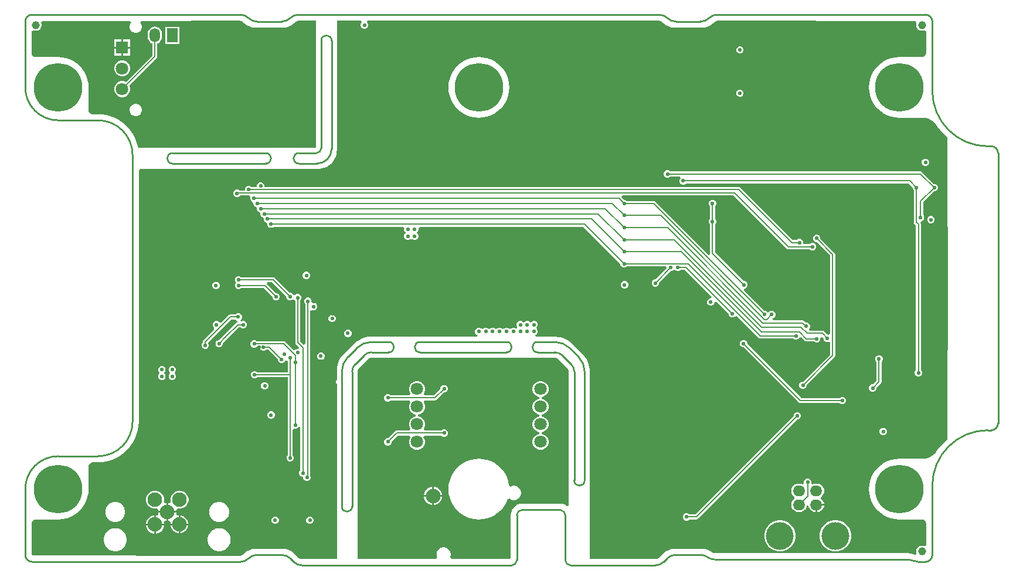
<source format=gbl>
G04*
G04 #@! TF.GenerationSoftware,Altium Limited,Altium Designer,21.2.0 (30)*
G04*
G04 Layer_Physical_Order=4*
G04 Layer_Color=16711680*
%FSLAX25Y25*%
%MOIN*%
G70*
G04*
G04 #@! TF.SameCoordinates,586DA71B-A414-44C7-A424-215A95C81ED1*
G04*
G04*
G04 #@! TF.FilePolarity,Positive*
G04*
G01*
G75*
%ADD10C,0.01000*%
%ADD18C,0.00800*%
%ADD111C,0.02165*%
%ADD112O,0.06890X0.06102*%
%ADD113C,0.15748*%
%ADD114C,0.27559*%
%ADD115C,0.08268*%
%ADD116C,0.04535*%
%ADD117C,0.07087*%
%ADD118R,0.07087X0.07087*%
%ADD119O,0.05906X0.07874*%
%ADD120R,0.05906X0.07874*%
%ADD121C,0.02441*%
%ADD122C,0.02400*%
%ADD123R,0.19685X0.19685*%
G36*
X135875Y152014D02*
X248350Y151874D01*
X248927Y150873D01*
X248923Y150867D01*
X248701Y150036D01*
Y149176D01*
X248923Y148345D01*
X249354Y147600D01*
X249962Y146991D01*
X250707Y146561D01*
X251538Y146338D01*
X252399D01*
X253230Y146561D01*
X253350Y146630D01*
X254350Y146053D01*
Y134832D01*
X254349Y133832D01*
X254192Y132911D01*
X253670Y132130D01*
X252889Y131608D01*
X252033Y131438D01*
X251969Y131451D01*
X239173D01*
Y131458D01*
X236917Y131310D01*
X234700Y130869D01*
X232558Y130142D01*
X230531Y129142D01*
X228651Y127886D01*
X226951Y126396D01*
X225460Y124696D01*
X224204Y122816D01*
X223204Y120788D01*
X222477Y118647D01*
X222036Y116429D01*
X221888Y114173D01*
X222036Y111917D01*
X222477Y109699D01*
X223204Y107559D01*
X224204Y105531D01*
X225460Y103651D01*
X226951Y101951D01*
X228651Y100460D01*
X230531Y99204D01*
X232558Y98204D01*
X234700Y97477D01*
X236917Y97036D01*
X239173Y96888D01*
Y96888D01*
X240173Y96896D01*
X252461Y96896D01*
X252530Y96909D01*
X254276Y96738D01*
X256068Y96194D01*
X257720Y95311D01*
X259168Y94123D01*
X259644Y93542D01*
X260247Y92782D01*
X260263Y92756D01*
X260838Y91981D01*
X262310Y89997D01*
X264617Y87451D01*
X266581Y85671D01*
Y35039D01*
X266697Y34456D01*
Y-34849D01*
X266581Y-35433D01*
Y-85671D01*
X264617Y-87451D01*
X262310Y-89997D01*
X260838Y-91981D01*
X260263Y-92756D01*
X260247Y-92782D01*
X259644Y-93542D01*
X259168Y-94123D01*
X257720Y-95311D01*
X256068Y-96194D01*
X254276Y-96738D01*
X252530Y-96909D01*
X252461Y-96896D01*
X240173Y-96896D01*
X239173Y-96888D01*
Y-96888D01*
X236917Y-97036D01*
X234700Y-97477D01*
X232558Y-98204D01*
X230531Y-99204D01*
X228651Y-100460D01*
X226951Y-101951D01*
X225460Y-103651D01*
X224204Y-105531D01*
X223204Y-107559D01*
X222477Y-109699D01*
X222036Y-111917D01*
X221888Y-114173D01*
X222036Y-116429D01*
X222477Y-118647D01*
X223204Y-120788D01*
X224204Y-122816D01*
X225460Y-124696D01*
X226951Y-126396D01*
X228651Y-127886D01*
X230531Y-129142D01*
X232558Y-130142D01*
X234700Y-130869D01*
X236917Y-131310D01*
X239173Y-131458D01*
Y-131451D01*
X251969D01*
X252033Y-131438D01*
X252889Y-131608D01*
X253670Y-132130D01*
X254192Y-132911D01*
X254349Y-133832D01*
X254349Y-133832D01*
X254350Y-134832D01*
Y-146053D01*
X253350Y-146630D01*
X253230Y-146561D01*
X252399Y-146339D01*
X251538D01*
X250707Y-146561D01*
X249962Y-146992D01*
X249354Y-147600D01*
X248923Y-148345D01*
X248701Y-149176D01*
Y-150037D01*
X248892Y-150752D01*
X248784Y-151002D01*
X248739Y-151046D01*
X247895Y-151464D01*
X247884Y-151460D01*
X247355Y-151244D01*
X247333Y-151235D01*
Y-151235D01*
X245859Y-150788D01*
X244193Y-150624D01*
Y-150636D01*
X136138Y-150636D01*
X135138Y-150636D01*
X134179Y-150536D01*
X133715Y-150475D01*
X132748Y-150075D01*
X132051Y-149667D01*
X132040Y-149658D01*
D01*
X131813Y-149505D01*
X131813Y-149505D01*
X131056Y-149100D01*
X130336Y-148715D01*
X128734Y-148229D01*
X127067Y-148065D01*
Y-148077D01*
X111218D01*
X111218Y-148077D01*
Y-148065D01*
X109551Y-148229D01*
X107949Y-148715D01*
X106472Y-149505D01*
X105177Y-150567D01*
X105179Y-150569D01*
X105178Y-150575D01*
X102751Y-153003D01*
X102737Y-153024D01*
X102062Y-153542D01*
X101330Y-153845D01*
X100387Y-153982D01*
X100387Y-153982D01*
X100387Y-153982D01*
X99387Y-153982D01*
X62992D01*
X62992Y-46842D01*
X62969Y-46174D01*
X62824Y-44844D01*
X62550Y-43536D01*
X62149Y-42260D01*
X61624Y-41030D01*
X60982Y-39858D01*
X60228Y-38754D01*
X59579Y-37980D01*
X59369Y-37729D01*
X58903Y-37249D01*
X58903Y-37249D01*
X53150Y-31496D01*
X52644Y-31030D01*
X51566Y-30176D01*
X50411Y-29431D01*
X49187Y-28804D01*
X47909Y-28299D01*
X46586Y-27922D01*
X45234Y-27676D01*
X44107Y-27584D01*
X43863Y-27565D01*
X43184Y-27559D01*
X43176Y-27559D01*
X43176Y-27559D01*
X43176Y-27559D01*
X32423D01*
X32224Y-26559D01*
X32676Y-26372D01*
X33262Y-25786D01*
X33579Y-25021D01*
Y-24192D01*
X33262Y-23427D01*
X33126Y-23291D01*
X32783Y-22638D01*
X33126Y-21984D01*
X33262Y-21849D01*
X33579Y-21084D01*
Y-20255D01*
X33262Y-19489D01*
X32676Y-18904D01*
X31910Y-18587D01*
X31082D01*
X30316Y-18904D01*
X30181Y-19039D01*
X29528Y-19383D01*
X28874Y-19039D01*
X28739Y-18904D01*
X27973Y-18587D01*
X27145D01*
X26379Y-18904D01*
X26244Y-19039D01*
X25591Y-19383D01*
X24937Y-19039D01*
X24802Y-18904D01*
X24036Y-18587D01*
X23208D01*
X22442Y-18904D01*
X21857Y-19489D01*
X21539Y-20255D01*
Y-21084D01*
X21857Y-21849D01*
X21920Y-21913D01*
X21838Y-22329D01*
X21685Y-22670D01*
X21344Y-22822D01*
X20929Y-22905D01*
X20865Y-22841D01*
X20099Y-22524D01*
X19271D01*
X18505Y-22841D01*
X18370Y-22976D01*
X17717Y-23320D01*
X17063Y-22976D01*
X16928Y-22841D01*
X16162Y-22524D01*
X15334D01*
X14568Y-22841D01*
X14433Y-22976D01*
X13780Y-23320D01*
X13126Y-22976D01*
X12991Y-22841D01*
X12225Y-22524D01*
X11397D01*
X10631Y-22841D01*
X10496Y-22976D01*
X9843Y-23320D01*
X9189Y-22976D01*
X9054Y-22841D01*
X8288Y-22524D01*
X7460D01*
X6694Y-22841D01*
X6559Y-22976D01*
X5906Y-23320D01*
X5252Y-22976D01*
X5117Y-22841D01*
X4351Y-22524D01*
X3523D01*
X2757Y-22841D01*
X2622Y-22976D01*
X1969Y-23320D01*
X1315Y-22976D01*
X1180Y-22841D01*
X414Y-22524D01*
X-414D01*
X-1180Y-22841D01*
X-1766Y-23427D01*
X-2083Y-24192D01*
Y-25021D01*
X-1766Y-25786D01*
X-1180Y-26372D01*
X-728Y-26559D01*
X-927Y-27559D01*
X-60802Y-27559D01*
X-61491Y-27561D01*
X-62865Y-27665D01*
X-64221Y-27903D01*
X-65548Y-28273D01*
X-66832Y-28772D01*
X-68061Y-29394D01*
X-69223Y-30133D01*
X-70069Y-30796D01*
X-70082Y-30806D01*
X-70082Y-30806D01*
X-70307Y-30983D01*
X-70816Y-31446D01*
X-70817Y-31446D01*
Y-31446D01*
X-71511Y-32141D01*
X-76819Y-37449D01*
X-77267Y-37918D01*
X-78092Y-38920D01*
X-78816Y-39998D01*
X-79429Y-41142D01*
X-79928Y-42341D01*
X-80307Y-43582D01*
X-80562Y-44855D01*
X-80692Y-46147D01*
X-80709Y-46796D01*
Y-52003D01*
X-80806Y-52068D01*
X-81137Y-52564D01*
X-81254Y-53150D01*
X-81137Y-53735D01*
X-80806Y-54231D01*
X-80709Y-54296D01*
Y-153982D01*
X-100401D01*
X-100422Y-153987D01*
X-101261Y-153876D01*
X-102069Y-153542D01*
X-102744Y-153024D01*
X-102758Y-153003D01*
X-105185Y-150575D01*
X-105177Y-150567D01*
X-106472Y-149505D01*
X-107949Y-148715D01*
X-109551Y-148229D01*
X-111218Y-148065D01*
Y-148077D01*
X-111218Y-148077D01*
X-127071D01*
X-127071Y-148065D01*
X-128738Y-148229D01*
X-130340Y-148715D01*
X-131817Y-149505D01*
X-133111Y-150567D01*
X-133112Y-150567D01*
X-133827Y-151254D01*
X-134262Y-151588D01*
X-135041Y-151911D01*
X-135854Y-152018D01*
X-135875Y-152014D01*
X-253053Y-151868D01*
X-253435Y-151868D01*
X-254124Y-151643D01*
X-254282Y-151159D01*
X-254349Y-150953D01*
Y-133832D01*
X-254362Y-133767D01*
X-254192Y-132911D01*
X-253670Y-132130D01*
X-252889Y-131608D01*
X-252033Y-131438D01*
X-251968Y-131451D01*
X-239173D01*
Y-131458D01*
X-236917Y-131310D01*
X-234700Y-130869D01*
X-232558Y-130142D01*
X-230531Y-129142D01*
X-228651Y-127886D01*
X-226951Y-126396D01*
X-225460Y-124696D01*
X-224204Y-122816D01*
X-223204Y-120788D01*
X-222477Y-118647D01*
X-222036Y-116429D01*
X-221888Y-114173D01*
X-221896D01*
X-221896Y-114173D01*
Y-102378D01*
X-221896Y-101378D01*
X-221738Y-100457D01*
X-221217Y-99676D01*
X-220436Y-99155D01*
X-219515Y-98997D01*
X-218515Y-98997D01*
X-216535D01*
X-216489Y-98988D01*
X-213507Y-98792D01*
X-210530Y-98200D01*
X-207656Y-97224D01*
X-204934Y-95882D01*
X-202410Y-94196D01*
X-200128Y-92195D01*
X-198127Y-89913D01*
X-196441Y-87389D01*
X-195098Y-84667D01*
X-194123Y-81793D01*
X-193531Y-78816D01*
X-193332Y-75787D01*
X-193332D01*
X-193352Y-75767D01*
X-193352Y-0D01*
X-193352Y67206D01*
X-192645Y67913D01*
X-91142Y67913D01*
X-90459Y67936D01*
X-89106Y68114D01*
X-87788Y68467D01*
X-86528Y68989D01*
X-85346Y69672D01*
X-84263Y70502D01*
X-83298Y71467D01*
X-82467Y72550D01*
X-81785Y73732D01*
X-81263Y74993D01*
X-80910Y76311D01*
X-80731Y77664D01*
X-80709Y78346D01*
X-80709Y78346D01*
X-80709Y152014D01*
X-66913D01*
X-66498Y151014D01*
X-66773Y150739D01*
X-67090Y149973D01*
Y149145D01*
X-66773Y148379D01*
X-66188Y147793D01*
X-65422Y147476D01*
X-64593D01*
X-63828Y147793D01*
X-63242Y148379D01*
X-62925Y149145D01*
Y149973D01*
X-63242Y150739D01*
X-63517Y151014D01*
X-63103Y152014D01*
X102412D01*
Y152014D01*
X103352Y151868D01*
X104027Y151588D01*
X104462Y151254D01*
X105177Y150567D01*
X105177Y150567D01*
X106472Y149505D01*
X107949Y148715D01*
X109551Y148229D01*
X111218Y148065D01*
Y148077D01*
X111218Y148077D01*
X127071D01*
X127071Y148077D01*
Y148065D01*
X128738Y148229D01*
X130340Y148715D01*
X131817Y149505D01*
X133111Y150567D01*
X133112Y150567D01*
X133827Y151254D01*
X134262Y151588D01*
X135041Y151911D01*
X135854Y152018D01*
X135875Y152014D01*
D02*
G37*
G36*
X-135041Y151911D02*
X-134262Y151588D01*
X-133827Y151254D01*
X-133112Y150567D01*
X-133111Y150567D01*
X-131817Y149505D01*
X-130340Y148715D01*
X-128738Y148229D01*
X-127071Y148065D01*
X-127071Y148077D01*
X-111218D01*
X-111218Y148065D01*
X-109551Y148229D01*
X-107949Y148715D01*
X-106472Y149505D01*
X-105177Y150567D01*
X-105177Y150567D01*
X-104462Y151254D01*
X-104027Y151588D01*
X-103352Y151868D01*
X-102412Y152014D01*
Y152014D01*
X-92520D01*
Y79724D01*
X-193711D01*
X-194123Y81793D01*
X-195098Y84667D01*
X-196441Y87389D01*
X-198127Y89913D01*
X-200128Y92195D01*
X-202410Y94196D01*
X-204934Y95882D01*
X-207656Y97224D01*
X-210530Y98200D01*
X-213507Y98792D01*
X-216488Y98988D01*
X-216535Y98997D01*
X-218515D01*
X-219515Y98997D01*
X-220436Y99155D01*
X-221217Y99676D01*
X-221738Y100457D01*
X-221896Y101378D01*
X-221896Y101378D01*
X-221896Y102378D01*
Y114173D01*
X-221896Y114173D01*
X-221888D01*
X-222036Y116429D01*
X-222477Y118647D01*
X-223204Y120788D01*
X-224204Y122816D01*
X-225460Y124696D01*
X-226951Y126396D01*
X-228651Y127886D01*
X-230531Y129142D01*
X-232558Y130142D01*
X-234700Y130869D01*
X-236917Y131310D01*
X-239173Y131458D01*
Y131451D01*
X-251968D01*
X-252033Y131438D01*
X-252889Y131608D01*
X-253670Y132130D01*
X-254192Y132911D01*
X-254362Y133767D01*
X-254349Y133832D01*
Y146053D01*
X-253349Y146630D01*
X-253230Y146561D01*
X-252399Y146339D01*
X-251538D01*
X-250707Y146561D01*
X-249962Y146992D01*
X-249354Y147600D01*
X-248923Y148345D01*
X-248701Y149176D01*
Y150037D01*
X-248923Y150868D01*
X-248927Y150873D01*
X-248350Y151874D01*
X-198089Y151936D01*
X-197674Y150937D01*
X-197840Y150771D01*
X-198301Y149973D01*
X-198539Y149083D01*
Y148161D01*
X-198301Y147271D01*
X-197840Y146473D01*
X-197188Y145821D01*
X-196390Y145361D01*
X-195500Y145122D01*
X-194579D01*
X-193688Y145361D01*
X-192890Y145821D01*
X-192239Y146473D01*
X-191778Y147271D01*
X-191539Y148161D01*
Y149083D01*
X-191778Y149973D01*
X-192239Y150771D01*
X-192411Y150944D01*
X-191997Y151944D01*
X-135875Y152014D01*
X-135854Y152018D01*
X-135041Y151911D01*
D02*
G37*
G36*
X43880Y-39499D02*
X44491Y-39753D01*
X45042Y-40120D01*
X45276Y-40354D01*
X45276Y-40354D01*
X50346Y-45425D01*
X50545Y-45623D01*
X50857Y-46090D01*
X51072Y-46609D01*
X51181Y-47160D01*
Y-47441D01*
Y-123375D01*
X50181Y-123848D01*
X49845Y-123572D01*
X48729Y-122976D01*
X47519Y-122609D01*
X46260Y-122485D01*
Y-122486D01*
X24606D01*
Y-122485D01*
X23347Y-122609D01*
X22137Y-122976D01*
X21022Y-123572D01*
X20044Y-124374D01*
X19241Y-125352D01*
X18645Y-126468D01*
X18278Y-127678D01*
X18154Y-128937D01*
X18156D01*
X18156Y-128937D01*
Y-153154D01*
X17869Y-153695D01*
X17327Y-153982D01*
X-0D01*
X-15694D01*
X-16271Y-152982D01*
X-16225Y-152902D01*
X-15949Y-151872D01*
Y-150805D01*
X-16225Y-149775D01*
X-16758Y-148851D01*
X-17513Y-148097D01*
X-18436Y-147563D01*
X-19467Y-147287D01*
X-20533D01*
X-21564Y-147563D01*
X-22488Y-148097D01*
X-23242Y-148851D01*
X-23775Y-149775D01*
X-24051Y-150805D01*
Y-151872D01*
X-23775Y-152902D01*
X-23729Y-152982D01*
X-24306Y-153982D01*
X-68898Y-153982D01*
Y-47652D01*
Y-47321D01*
X-68769Y-46672D01*
X-68515Y-46060D01*
X-68147Y-45510D01*
X-67913Y-45276D01*
Y-45276D01*
X-62751Y-40113D01*
X-62206Y-39749D01*
X-61600Y-39498D01*
X-60958Y-39370D01*
X43230D01*
X43880Y-39499D01*
D02*
G37*
%LPC*%
G36*
X148868Y137520D02*
X148039D01*
X147274Y137203D01*
X146688Y136617D01*
X146371Y135851D01*
Y135023D01*
X146688Y134257D01*
X147274Y133671D01*
X148039Y133354D01*
X148868D01*
X149633Y133671D01*
X150219Y134257D01*
X150536Y135023D01*
Y135851D01*
X150219Y136617D01*
X149633Y137203D01*
X148868Y137520D01*
D02*
G37*
G36*
X148872Y112909D02*
X148043D01*
X147278Y112592D01*
X146692Y112006D01*
X146375Y111241D01*
Y110413D01*
X146692Y109647D01*
X147278Y109061D01*
X148043Y108744D01*
X148872D01*
X149637Y109061D01*
X150223Y109647D01*
X150540Y110413D01*
Y111241D01*
X150223Y112006D01*
X149637Y112592D01*
X148872Y112909D01*
D02*
G37*
G36*
X0Y131458D02*
X-2256Y131311D01*
X-4474Y130869D01*
X-6615Y130143D01*
X-8642Y129143D01*
X-10522Y127887D01*
X-12222Y126396D01*
X-13713Y124696D01*
X-14969Y122816D01*
X-15969Y120788D01*
X-16696Y118647D01*
X-17137Y116430D01*
X-17285Y114173D01*
X-17137Y111917D01*
X-16696Y109700D01*
X-15969Y107559D01*
X-14969Y105531D01*
X-13713Y103651D01*
X-12222Y101951D01*
X-10522Y100460D01*
X-8642Y99204D01*
X-6615Y98204D01*
X-4474Y97477D01*
X-2256Y97036D01*
X0Y96888D01*
X2256Y97036D01*
X4474Y97477D01*
X6615Y98204D01*
X8642Y99204D01*
X10522Y100460D01*
X12222Y101951D01*
X13713Y103651D01*
X14969Y105531D01*
X15969Y107559D01*
X16696Y109700D01*
X17137Y111917D01*
X17285Y114173D01*
X17137Y116430D01*
X16696Y118647D01*
X15969Y120788D01*
X14969Y122816D01*
X13713Y124696D01*
X12222Y126396D01*
X10522Y127887D01*
X8642Y129143D01*
X6615Y130143D01*
X4474Y130869D01*
X2256Y131311D01*
X0Y131458D01*
D02*
G37*
G36*
X254351Y73638D02*
X253523D01*
X252757Y73321D01*
X252171Y72735D01*
X251854Y71969D01*
Y71141D01*
X252171Y70375D01*
X252757Y69789D01*
X253523Y69472D01*
X254351D01*
X255117Y69789D01*
X255703Y70375D01*
X256020Y71141D01*
Y71969D01*
X255703Y72735D01*
X255117Y73321D01*
X254351Y73638D01*
D02*
G37*
G36*
X-123601Y60154D02*
X-124430D01*
X-125196Y59837D01*
X-125781Y59251D01*
X-126099Y58485D01*
Y57657D01*
X-126183Y57530D01*
X-129387D01*
X-129726Y57868D01*
X-130491Y58185D01*
X-131320D01*
X-132085Y57868D01*
X-132671Y57282D01*
X-132988Y56517D01*
Y55688D01*
X-133073Y55561D01*
X-136081D01*
X-136222Y55703D01*
X-136987Y56020D01*
X-137816D01*
X-138581Y55703D01*
X-139167Y55117D01*
X-139484Y54351D01*
Y53523D01*
X-139167Y52757D01*
X-138581Y52171D01*
X-137816Y51854D01*
X-136987D01*
X-136222Y52171D01*
X-135687Y52706D01*
X-130658D01*
X-129989Y51706D01*
X-130035Y51595D01*
Y50767D01*
X-129718Y50001D01*
X-129132Y49415D01*
X-128874Y49308D01*
X-128067Y48643D01*
Y47814D01*
X-127750Y47049D01*
X-127164Y46463D01*
X-126905Y46356D01*
X-126098Y45690D01*
Y44861D01*
X-125781Y44096D01*
X-125196Y43510D01*
X-124937Y43403D01*
X-124130Y42737D01*
Y41909D01*
X-123813Y41143D01*
X-123227Y40557D01*
X-122968Y40450D01*
X-122161Y39784D01*
Y38956D01*
X-121844Y38190D01*
X-121258Y37604D01*
X-121000Y37497D01*
X-120193Y36832D01*
Y36003D01*
X-119876Y35238D01*
X-119290Y34652D01*
X-118525Y34335D01*
X-117696D01*
X-116930Y34652D01*
X-116592Y34990D01*
X-43059D01*
X-42391Y33990D01*
X-42437Y33879D01*
Y33050D01*
X-42120Y32285D01*
X-41984Y32149D01*
X-41641Y31496D01*
X-41984Y30843D01*
X-42120Y30707D01*
X-42437Y29942D01*
Y29113D01*
X-42120Y28348D01*
X-41534Y27762D01*
X-40769Y27445D01*
X-39940D01*
X-39175Y27762D01*
X-39039Y27897D01*
X-38386Y28241D01*
X-37732Y27897D01*
X-37597Y27762D01*
X-36832Y27445D01*
X-36003D01*
X-35238Y27762D01*
X-34652Y28348D01*
X-34335Y29113D01*
Y29942D01*
X-34652Y30707D01*
X-34787Y30843D01*
X-35131Y31496D01*
X-34787Y32149D01*
X-34652Y32285D01*
X-34335Y33050D01*
Y33879D01*
X-34381Y33990D01*
X-33713Y34990D01*
X59448D01*
X80594Y13844D01*
Y13365D01*
X80912Y12600D01*
X81497Y12014D01*
X82263Y11697D01*
X83091D01*
X83857Y12014D01*
X84195Y12352D01*
X106360D01*
X106774Y11352D01*
X100458Y5035D01*
X99979D01*
X99214Y4718D01*
X98628Y4132D01*
X98311Y3367D01*
Y2538D01*
X98628Y1773D01*
X99214Y1187D01*
X99979Y870D01*
X100808D01*
X101573Y1187D01*
X102159Y1773D01*
X102476Y2538D01*
Y3017D01*
X109188Y9728D01*
X109666D01*
X110432Y10045D01*
X110567Y10181D01*
X111221Y10525D01*
X111874Y10181D01*
X112009Y10045D01*
X112775Y9728D01*
X113603D01*
X114369Y10045D01*
X114707Y10384D01*
X117125D01*
X132300Y-4791D01*
X131886Y-5791D01*
X131475D01*
X130710Y-6108D01*
X130124Y-6694D01*
X129807Y-7460D01*
Y-8288D01*
X130124Y-9054D01*
X130710Y-9640D01*
X131475Y-9957D01*
X132304D01*
X133070Y-9640D01*
X133655Y-9054D01*
X133972Y-8288D01*
Y-7878D01*
X134972Y-7464D01*
X140068Y-12559D01*
X140068Y-12559D01*
X142012Y-14503D01*
Y-14981D01*
X142329Y-15747D01*
X142915Y-16332D01*
X143680Y-16650D01*
X144509D01*
X145274Y-16332D01*
X145524Y-16083D01*
X146784Y-15929D01*
X159030Y-28175D01*
X159493Y-28484D01*
X160039Y-28593D01*
X160039Y-28593D01*
X178797D01*
X179135Y-28931D01*
X179901Y-29248D01*
X180729D01*
X181495Y-28931D01*
X182081Y-28345D01*
X182172Y-28124D01*
X183321Y-27860D01*
X185211Y-29749D01*
X185211Y-29749D01*
X185674Y-30059D01*
X186220Y-30167D01*
X186220Y-30167D01*
X190608D01*
X190946Y-30506D01*
X191712Y-30823D01*
X192540D01*
X193306Y-30506D01*
X193892Y-29920D01*
X194209Y-29154D01*
Y-28326D01*
X195064Y-27777D01*
X195164Y-27763D01*
X195949Y-28481D01*
Y-28761D01*
X196266Y-29526D01*
X196852Y-30112D01*
X197617Y-30429D01*
X198446D01*
X198754Y-30302D01*
X199754Y-30876D01*
Y-37696D01*
X184365Y-53085D01*
X183887D01*
X183122Y-53402D01*
X182536Y-53987D01*
X182219Y-54753D01*
Y-55582D01*
X182536Y-56347D01*
X183122Y-56933D01*
X183887Y-57250D01*
X184715D01*
X185481Y-56933D01*
X186067Y-56347D01*
X186384Y-55582D01*
Y-55103D01*
X202190Y-39297D01*
X202190Y-39297D01*
X202500Y-38834D01*
X202609Y-38287D01*
Y19291D01*
X202609Y19291D01*
X202500Y19838D01*
X202190Y20301D01*
X202190Y20301D01*
X194209Y28282D01*
Y28761D01*
X193892Y29526D01*
X193306Y30112D01*
X192540Y30429D01*
X191712D01*
X190946Y30112D01*
X190360Y29526D01*
X190043Y28761D01*
Y27932D01*
X190360Y27167D01*
X190946Y26581D01*
X191712Y26264D01*
X192190D01*
X199754Y18700D01*
Y-25817D01*
X198754Y-26391D01*
X198446Y-26264D01*
X197968D01*
X196285Y-24581D01*
X195822Y-24272D01*
X195276Y-24163D01*
X195275Y-24163D01*
X188018D01*
X187656Y-23163D01*
X187986Y-22833D01*
X188303Y-22068D01*
Y-21239D01*
X187986Y-20474D01*
X187400Y-19888D01*
X186635Y-19571D01*
X186156D01*
X185261Y-18676D01*
X184798Y-18366D01*
X184252Y-18258D01*
X184252Y-18258D01*
X167480D01*
X166848Y-17258D01*
X166950Y-17043D01*
X167715Y-16726D01*
X168301Y-16140D01*
X168618Y-15375D01*
Y-14546D01*
X168301Y-13781D01*
X167715Y-13195D01*
X166950Y-12878D01*
X166121D01*
X165356Y-13195D01*
X165220Y-13331D01*
X164567Y-13674D01*
X163914Y-13331D01*
X163778Y-13195D01*
X163013Y-12878D01*
X162534D01*
X150771Y-1114D01*
X151185Y-114D01*
X151202D01*
X151967Y203D01*
X152553Y789D01*
X152870Y1554D01*
Y2383D01*
X152553Y3148D01*
X151967Y3734D01*
X151202Y4051D01*
X150723D01*
X134301Y20473D01*
Y36376D01*
X134640Y36714D01*
X134957Y37479D01*
Y38308D01*
X134640Y39073D01*
X134301Y39412D01*
Y46710D01*
X134640Y47049D01*
X134957Y47814D01*
Y48643D01*
X134640Y49408D01*
X134054Y49994D01*
X133288Y50311D01*
X132460D01*
X131694Y49994D01*
X131108Y49408D01*
X130791Y48643D01*
Y47814D01*
X131108Y47049D01*
X131447Y46710D01*
Y39412D01*
X131108Y39073D01*
X130791Y38308D01*
Y37479D01*
X131108Y36714D01*
X131447Y36376D01*
Y19882D01*
X131447Y19882D01*
X131511Y19560D01*
X130722Y18986D01*
X130686Y18971D01*
X100419Y49238D01*
X100419Y49238D01*
X99956Y49547D01*
X99410Y49656D01*
X99410Y49656D01*
X84195D01*
X83857Y49994D01*
X83091Y50311D01*
X82613D01*
X81218Y51706D01*
X81632Y52706D01*
X144881D01*
X174975Y22613D01*
X174975Y22613D01*
X175438Y22303D01*
X175984Y22195D01*
X175984Y22195D01*
X188246D01*
X188584Y21857D01*
X189349Y21539D01*
X190178D01*
X190944Y21857D01*
X191529Y22442D01*
X191847Y23208D01*
Y24036D01*
X191529Y24802D01*
X190944Y25388D01*
X190178Y25705D01*
X189349D01*
X188584Y25388D01*
X188246Y25049D01*
X184714D01*
X184366Y25570D01*
Y26399D01*
X184049Y27164D01*
X183463Y27750D01*
X182698Y28067D01*
X181869D01*
X181104Y27750D01*
X180765Y27412D01*
X178544D01*
X148844Y57112D01*
X148844Y57112D01*
X148381Y57421D01*
X147835Y57530D01*
X147835Y57530D01*
X-121848D01*
X-121933Y57657D01*
Y58485D01*
X-122250Y59251D01*
X-122836Y59837D01*
X-123601Y60154D01*
D02*
G37*
G36*
X257501Y41059D02*
X256672D01*
X255907Y40742D01*
X255321Y40156D01*
X255004Y39391D01*
Y38562D01*
X255321Y37797D01*
X255907Y37211D01*
X256672Y36894D01*
X257501D01*
X258266Y37211D01*
X258852Y37797D01*
X259169Y38562D01*
Y39391D01*
X258852Y40156D01*
X258266Y40742D01*
X257501Y41059D01*
D02*
G37*
G36*
X234752Y12638D02*
Y10590D01*
X233752D01*
Y12638D01*
X233072Y12356D01*
X232486Y11770D01*
X232169Y11005D01*
Y10711D01*
X231420Y10009D01*
X230582Y10315D01*
X230429Y10614D01*
Y11005D01*
X230112Y11770D01*
X229526Y12356D01*
X228846Y12638D01*
Y10590D01*
X227846D01*
Y12638D01*
X227167Y12356D01*
X226581Y11770D01*
X226264Y11005D01*
Y10614D01*
X225962Y10022D01*
X225370Y9720D01*
X224979D01*
X224214Y9403D01*
X223628Y8817D01*
X223347Y8138D01*
X225394D01*
Y7138D01*
X223347D01*
X223628Y6458D01*
X224214Y5872D01*
X224979Y5555D01*
X225370D01*
X225962Y5253D01*
X226252Y4685D01*
X225962Y4117D01*
X225370Y3815D01*
X224979D01*
X224214Y3498D01*
X223628Y2912D01*
X223347Y2232D01*
X225394D01*
Y1232D01*
X223347D01*
X223628Y553D01*
X224214Y-33D01*
X224979Y-350D01*
X225370D01*
X225962Y-652D01*
X226264Y-1244D01*
Y-1635D01*
X226581Y-2400D01*
X227167Y-2986D01*
X227846Y-3268D01*
Y-1221D01*
X228846D01*
Y-3268D01*
X229526Y-2986D01*
X230112Y-2400D01*
X230429Y-1635D01*
Y-1244D01*
X230582Y-945D01*
X231420Y-639D01*
X232169Y-1341D01*
Y-1635D01*
X232486Y-2400D01*
X233072Y-2986D01*
X233752Y-3268D01*
Y-1221D01*
X234752D01*
Y-3268D01*
X235432Y-2986D01*
X236018Y-2400D01*
X236335Y-1635D01*
Y-1244D01*
X236636Y-652D01*
X237228Y-350D01*
X237619D01*
X238385Y-33D01*
X238970Y553D01*
X239252Y1232D01*
X237205D01*
Y2232D01*
X239252D01*
X238970Y2912D01*
X238385Y3498D01*
X237619Y3815D01*
X237228D01*
X236929Y3968D01*
X236667Y4685D01*
X236929Y5403D01*
X237228Y5555D01*
X237619D01*
X238385Y5872D01*
X238970Y6458D01*
X239252Y7138D01*
X237205D01*
Y8138D01*
X239252D01*
X238970Y8817D01*
X238385Y9403D01*
X237619Y9720D01*
X237228D01*
X236636Y10022D01*
X236335Y10614D01*
Y11005D01*
X236018Y11770D01*
X235432Y12356D01*
X234752Y12638D01*
D02*
G37*
G36*
X-97588Y9396D02*
X-98416D01*
X-99182Y9079D01*
X-99768Y8493D01*
X-100085Y7727D01*
Y6899D01*
X-99768Y6133D01*
X-99182Y5547D01*
X-98416Y5230D01*
X-97588D01*
X-96822Y5547D01*
X-96236Y6133D01*
X-95919Y6899D01*
Y7727D01*
X-96236Y8493D01*
X-96822Y9079D01*
X-97588Y9396D01*
D02*
G37*
G36*
X83288Y4051D02*
X82460D01*
X81694Y3734D01*
X81108Y3148D01*
X80791Y2383D01*
Y1554D01*
X81108Y789D01*
X81694Y203D01*
X82460Y-114D01*
X83288D01*
X84054Y203D01*
X84640Y789D01*
X84957Y1554D01*
Y2383D01*
X84640Y3148D01*
X84054Y3734D01*
X83288Y4051D01*
D02*
G37*
G36*
X-148995Y3657D02*
X-149824D01*
X-150589Y3340D01*
X-151175Y2754D01*
X-151492Y1989D01*
Y1160D01*
X-151175Y395D01*
X-150589Y-191D01*
X-149824Y-508D01*
X-148995D01*
X-148230Y-191D01*
X-147644Y395D01*
X-147327Y1160D01*
Y1989D01*
X-147644Y2754D01*
X-148230Y3340D01*
X-148995Y3657D01*
D02*
G37*
G36*
X-136200Y6906D02*
X-137029D01*
X-137794Y6588D01*
X-138380Y6003D01*
X-138697Y5237D01*
Y4409D01*
X-138380Y3643D01*
X-137935Y3199D01*
X-138380Y2754D01*
X-138697Y1989D01*
Y1160D01*
X-138380Y395D01*
X-137794Y-191D01*
X-137029Y-508D01*
X-136200D01*
X-135434Y-191D01*
X-135096Y147D01*
X-122245D01*
X-117309Y-4788D01*
Y-5267D01*
X-116992Y-6032D01*
X-116406Y-6618D01*
X-115641Y-6935D01*
X-114812D01*
X-114047Y-6618D01*
X-113461Y-6032D01*
X-113144Y-5267D01*
Y-4438D01*
X-113461Y-3672D01*
X-114047Y-3087D01*
X-114812Y-2770D01*
X-115290D01*
X-120456Y2396D01*
X-120259Y3134D01*
X-120075Y3396D01*
X-117520D01*
X-109465Y-4660D01*
Y-5139D01*
X-109147Y-5904D01*
X-108562Y-6490D01*
X-107796Y-6807D01*
X-106967D01*
X-106202Y-6490D01*
X-105978Y-6266D01*
X-104834Y-6422D01*
X-104830Y-6425D01*
X-104766Y-6580D01*
X-104327Y-7018D01*
Y-30800D01*
X-104327Y-30800D01*
X-104219Y-31346D01*
X-103909Y-31809D01*
X-102111Y-33608D01*
X-102150Y-33763D01*
X-102601Y-34532D01*
X-103170D01*
X-103936Y-34849D01*
X-104066Y-34979D01*
X-105376Y-35083D01*
X-109874Y-30585D01*
X-110337Y-30276D01*
X-110883Y-30167D01*
X-110883Y-30167D01*
X-126139D01*
X-126478Y-29829D01*
X-127243Y-29512D01*
X-128072D01*
X-128837Y-29829D01*
X-129423Y-30415D01*
X-129740Y-31180D01*
Y-32009D01*
X-129423Y-32774D01*
X-128837Y-33360D01*
X-128072Y-33677D01*
X-127243D01*
X-126478Y-33360D01*
X-126139Y-33022D01*
X-124543D01*
X-124524Y-33050D01*
Y-33879D01*
X-124207Y-34644D01*
X-123621Y-35230D01*
X-122855Y-35547D01*
X-122027D01*
X-121261Y-35230D01*
X-120923Y-34892D01*
X-119686D01*
X-114240Y-40337D01*
Y-40816D01*
X-113923Y-41581D01*
X-113337Y-42167D01*
X-112572Y-42484D01*
X-111743D01*
X-110978Y-42167D01*
X-110392Y-41581D01*
X-110271Y-41290D01*
X-109164Y-40975D01*
X-109142Y-40979D01*
X-108711Y-41356D01*
Y-47687D01*
X-126041D01*
X-126379Y-47348D01*
X-127145Y-47031D01*
X-127973D01*
X-128739Y-47348D01*
X-129325Y-47934D01*
X-129642Y-48700D01*
Y-49528D01*
X-129325Y-50294D01*
X-128739Y-50880D01*
X-127973Y-51197D01*
X-127145D01*
X-126379Y-50880D01*
X-126041Y-50542D01*
X-108711D01*
Y-94939D01*
X-109049Y-95277D01*
X-109366Y-96042D01*
Y-96871D01*
X-109049Y-97636D01*
X-108463Y-98222D01*
X-107698Y-98539D01*
X-106869D01*
X-106104Y-98222D01*
X-105518Y-97636D01*
X-105201Y-96871D01*
Y-96042D01*
X-105518Y-95277D01*
X-105856Y-94939D01*
Y-80461D01*
X-104856Y-79792D01*
X-104745Y-79839D01*
X-103916D01*
X-103151Y-79522D01*
X-102565Y-78936D01*
X-102427Y-78604D01*
X-101427Y-78802D01*
Y-103582D01*
X-101766Y-103920D01*
X-102083Y-104686D01*
Y-105514D01*
X-101766Y-106280D01*
X-101180Y-106866D01*
X-100414Y-107183D01*
X-99783D01*
Y-107914D01*
X-99466Y-108680D01*
X-98880Y-109266D01*
X-98114Y-109583D01*
X-97286D01*
X-96520Y-109266D01*
X-95934Y-108680D01*
X-95617Y-107914D01*
Y-107086D01*
X-95783Y-106685D01*
X-95773Y-106631D01*
X-95773Y-106631D01*
Y-12906D01*
X-95598Y-12725D01*
X-94773Y-12320D01*
X-94320Y-12508D01*
X-93491D01*
X-92726Y-12191D01*
X-92140Y-11605D01*
X-91823Y-10840D01*
Y-10011D01*
X-92140Y-9246D01*
X-92726Y-8660D01*
X-93491Y-8343D01*
X-94320D01*
X-94408Y-8284D01*
X-95117Y-7591D01*
Y-6986D01*
X-95434Y-6220D01*
X-96020Y-5634D01*
X-96786Y-5317D01*
X-97614D01*
X-98380Y-5634D01*
X-98966Y-6220D01*
X-99283Y-6986D01*
Y-7814D01*
X-98966Y-8580D01*
X-98627Y-8918D01*
Y-31640D01*
X-99627Y-32054D01*
X-101473Y-30209D01*
Y-6818D01*
X-101234Y-6580D01*
X-100917Y-5814D01*
Y-4986D01*
X-101234Y-4220D01*
X-101820Y-3634D01*
X-102586Y-3317D01*
X-103414D01*
X-104180Y-3634D01*
X-104404Y-3858D01*
X-105548Y-3703D01*
X-105552Y-3700D01*
X-105616Y-3545D01*
X-106202Y-2959D01*
X-106967Y-2642D01*
X-107446D01*
X-115920Y5832D01*
X-116383Y6142D01*
X-116929Y6250D01*
X-116929Y6250D01*
X-135096D01*
X-135434Y6588D01*
X-136200Y6906D01*
D02*
G37*
G36*
X-136389Y-14248D02*
X-137217D01*
X-137983Y-14565D01*
X-138321Y-14903D01*
X-141331D01*
X-141331Y-14903D01*
X-141877Y-15012D01*
X-142340Y-15321D01*
X-142340Y-15321D01*
X-146664Y-19645D01*
X-147447Y-19489D01*
X-148033Y-18904D01*
X-148798Y-18587D01*
X-149627D01*
X-150392Y-18904D01*
X-150978Y-19489D01*
X-151295Y-20255D01*
Y-21084D01*
X-150978Y-21849D01*
X-150630Y-22197D01*
X-150436Y-23417D01*
X-156521Y-29502D01*
X-156831Y-29965D01*
X-156939Y-30512D01*
X-156939Y-30512D01*
Y-30962D01*
X-157278Y-31301D01*
X-157595Y-32066D01*
Y-32895D01*
X-157278Y-33660D01*
X-156692Y-34246D01*
X-155926Y-34563D01*
X-155098D01*
X-154332Y-34246D01*
X-153746Y-33660D01*
X-153429Y-32895D01*
Y-32066D01*
X-153746Y-31301D01*
X-154014Y-31033D01*
X-140740Y-17758D01*
X-138321D01*
X-137983Y-18096D01*
X-137397Y-18339D01*
X-137319Y-19073D01*
X-137362Y-19354D01*
X-137820Y-19660D01*
X-137820Y-19660D01*
X-144777Y-26616D01*
X-144777Y-26616D01*
X-144777Y-26616D01*
X-147574Y-29413D01*
X-148052D01*
X-148818Y-29730D01*
X-149403Y-30316D01*
X-149721Y-31082D01*
Y-31910D01*
X-149403Y-32676D01*
X-148818Y-33262D01*
X-148052Y-33579D01*
X-147223D01*
X-146458Y-33262D01*
X-145872Y-32676D01*
X-145555Y-31910D01*
Y-31432D01*
X-142758Y-28635D01*
X-142758Y-28635D01*
X-136400Y-22277D01*
X-135294D01*
X-135136Y-22435D01*
X-134371Y-22752D01*
X-133542D01*
X-132777Y-22435D01*
X-132191Y-21849D01*
X-131874Y-21084D01*
Y-20255D01*
X-132191Y-19489D01*
X-132777Y-18904D01*
X-133542Y-18587D01*
X-134371D01*
X-135116Y-18895D01*
X-135624Y-18096D01*
X-135038Y-17510D01*
X-134721Y-16745D01*
Y-15916D01*
X-135038Y-15151D01*
X-135624Y-14565D01*
X-136389Y-14248D01*
D02*
G37*
G36*
X-82952Y-15142D02*
X-83780D01*
X-84546Y-15459D01*
X-85132Y-16045D01*
X-85449Y-16810D01*
Y-17639D01*
X-85132Y-18404D01*
X-84546Y-18990D01*
X-83780Y-19307D01*
X-82952D01*
X-82186Y-18990D01*
X-81600Y-18404D01*
X-81283Y-17639D01*
Y-16810D01*
X-81600Y-16045D01*
X-82186Y-15459D01*
X-82952Y-15142D01*
D02*
G37*
G36*
X-73995Y-23508D02*
X-74824D01*
X-75589Y-23825D01*
X-76175Y-24411D01*
X-76492Y-25176D01*
Y-26005D01*
X-76175Y-26770D01*
X-75589Y-27356D01*
X-74824Y-27673D01*
X-73995D01*
X-73230Y-27356D01*
X-72644Y-26770D01*
X-72327Y-26005D01*
Y-25176D01*
X-72644Y-24411D01*
X-73230Y-23825D01*
X-73995Y-23508D01*
D02*
G37*
G36*
X-89350Y-36500D02*
X-90178D01*
X-90943Y-36817D01*
X-91529Y-37403D01*
X-91847Y-38168D01*
Y-38997D01*
X-91529Y-39762D01*
X-90943Y-40348D01*
X-90178Y-40665D01*
X-89350D01*
X-88584Y-40348D01*
X-87998Y-39762D01*
X-87681Y-38997D01*
Y-38168D01*
X-87998Y-37403D01*
X-88584Y-36817D01*
X-89350Y-36500D01*
D02*
G37*
G36*
X107698Y67043D02*
X106869D01*
X106104Y66726D01*
X105518Y66140D01*
X105201Y65375D01*
Y64546D01*
X105518Y63781D01*
X106104Y63195D01*
X106869Y62878D01*
X107698D01*
X108463Y63195D01*
X108801Y63533D01*
X114344D01*
X114706Y62533D01*
X114376Y62203D01*
X114059Y61438D01*
Y60609D01*
X114376Y59844D01*
X114962Y59258D01*
X115727Y58941D01*
X116556D01*
X117322Y59258D01*
X117660Y59596D01*
X244488D01*
X246835Y57249D01*
Y56771D01*
X247152Y56005D01*
X247490Y55667D01*
Y37500D01*
X247490Y37500D01*
X247599Y36954D01*
X247908Y36491D01*
X248573Y35826D01*
Y-46514D01*
X248234Y-46852D01*
X247917Y-47617D01*
Y-48446D01*
X248234Y-49211D01*
X248820Y-49797D01*
X249586Y-50114D01*
X250414D01*
X251180Y-49797D01*
X251766Y-49211D01*
X252083Y-48446D01*
Y-47617D01*
X251766Y-46852D01*
X251427Y-46514D01*
Y36417D01*
X251427Y36417D01*
X251319Y36964D01*
X251244Y37075D01*
X251513Y37841D01*
X251619Y38027D01*
X251719Y38126D01*
X252361Y38392D01*
X252947Y38978D01*
X253264Y39743D01*
Y40572D01*
X252947Y41337D01*
X252608Y41675D01*
Y48818D01*
X258893Y55102D01*
X259371D01*
X260136Y55419D01*
X260722Y56005D01*
X261039Y56771D01*
Y57599D01*
X260722Y58365D01*
X260136Y58951D01*
X259371Y59268D01*
X258893D01*
X252190Y65970D01*
X251727Y66279D01*
X251181Y66388D01*
X251181Y66388D01*
X108801D01*
X108463Y66726D01*
X107698Y67043D01*
D02*
G37*
G36*
X-173831Y-44145D02*
X-174659D01*
X-175425Y-44462D01*
X-176011Y-45048D01*
X-176328Y-45813D01*
Y-46642D01*
X-176011Y-47407D01*
X-175875Y-47543D01*
X-175532Y-48196D01*
X-175875Y-48849D01*
X-176011Y-48985D01*
X-176328Y-49750D01*
Y-50579D01*
X-176011Y-51344D01*
X-175425Y-51930D01*
X-174659Y-52247D01*
X-173831D01*
X-173065Y-51930D01*
X-172479Y-51344D01*
X-172162Y-50579D01*
Y-49750D01*
X-172479Y-48985D01*
X-172615Y-48849D01*
X-172959Y-48196D01*
X-172615Y-47543D01*
X-172479Y-47407D01*
X-172162Y-46642D01*
Y-45813D01*
X-172479Y-45048D01*
X-173065Y-44462D01*
X-173831Y-44145D01*
D02*
G37*
G36*
X-179736D02*
X-180565D01*
X-181330Y-44462D01*
X-181916Y-45048D01*
X-182233Y-45813D01*
Y-46642D01*
X-181916Y-47407D01*
X-181781Y-47543D01*
X-181437Y-48196D01*
X-181781Y-48849D01*
X-181916Y-48985D01*
X-182233Y-49750D01*
Y-50579D01*
X-181916Y-51344D01*
X-181330Y-51930D01*
X-180565Y-52247D01*
X-179736D01*
X-178971Y-51930D01*
X-178385Y-51344D01*
X-178068Y-50579D01*
Y-49750D01*
X-178385Y-48985D01*
X-178521Y-48849D01*
X-178864Y-48196D01*
X-178521Y-47543D01*
X-178385Y-47407D01*
X-178068Y-46642D01*
Y-45813D01*
X-178385Y-45048D01*
X-178971Y-44462D01*
X-179736Y-44145D01*
D02*
G37*
G36*
X-121239Y-53429D02*
X-122068D01*
X-122833Y-53746D01*
X-123419Y-54332D01*
X-123736Y-55098D01*
Y-55926D01*
X-123419Y-56691D01*
X-122833Y-57277D01*
X-122068Y-57595D01*
X-121239D01*
X-120474Y-57277D01*
X-119888Y-56691D01*
X-119571Y-55926D01*
Y-55098D01*
X-119888Y-54332D01*
X-120474Y-53746D01*
X-121239Y-53429D01*
D02*
G37*
G36*
X227973Y-38075D02*
X227145D01*
X226379Y-38392D01*
X225793Y-38978D01*
X225476Y-39743D01*
Y-40572D01*
X225793Y-41337D01*
X226132Y-41675D01*
Y-52558D01*
X224080Y-54610D01*
X223602D01*
X222836Y-54927D01*
X222250Y-55513D01*
X221933Y-56279D01*
Y-57107D01*
X222250Y-57873D01*
X222836Y-58459D01*
X223602Y-58776D01*
X224430D01*
X225196Y-58459D01*
X225781Y-57873D01*
X226098Y-57107D01*
Y-56629D01*
X228568Y-54159D01*
X228568Y-54159D01*
X228878Y-53696D01*
X228986Y-53150D01*
X228986Y-53150D01*
Y-41675D01*
X229325Y-41337D01*
X229642Y-40572D01*
Y-39743D01*
X229325Y-38978D01*
X228739Y-38392D01*
X227973Y-38075D01*
D02*
G37*
G36*
X151005Y-29413D02*
X150176D01*
X149411Y-29730D01*
X148825Y-30316D01*
X148508Y-31082D01*
Y-31910D01*
X148825Y-32676D01*
X149411Y-33262D01*
X150176Y-33579D01*
X150654D01*
X181865Y-64789D01*
X181865Y-64789D01*
X182328Y-65098D01*
X182874Y-65207D01*
X205175D01*
X205513Y-65545D01*
X206279Y-65862D01*
X207107D01*
X207873Y-65545D01*
X208459Y-64959D01*
X208776Y-64194D01*
Y-63365D01*
X208459Y-62600D01*
X207873Y-62014D01*
X207107Y-61697D01*
X206279D01*
X205513Y-62014D01*
X205175Y-62352D01*
X183465D01*
X152673Y-31560D01*
Y-31082D01*
X152356Y-30316D01*
X151770Y-29730D01*
X151005Y-29413D01*
D02*
G37*
G36*
X-117696Y-69965D02*
X-118525D01*
X-119290Y-70282D01*
X-119876Y-70868D01*
X-120193Y-71633D01*
Y-72461D01*
X-119876Y-73227D01*
X-119290Y-73813D01*
X-118525Y-74130D01*
X-117696D01*
X-116930Y-73813D01*
X-116345Y-73227D01*
X-116028Y-72461D01*
Y-71633D01*
X-116345Y-70868D01*
X-116930Y-70282D01*
X-117696Y-69965D01*
D02*
G37*
G36*
X230414Y-79335D02*
X229586D01*
X228820Y-79652D01*
X228234Y-80238D01*
X227917Y-81003D01*
Y-81832D01*
X228234Y-82597D01*
X228820Y-83183D01*
X229586Y-83500D01*
X230414D01*
X231180Y-83183D01*
X231766Y-82597D01*
X232083Y-81832D01*
Y-81003D01*
X231766Y-80238D01*
X231180Y-79652D01*
X230414Y-79335D01*
D02*
G37*
G36*
X187422Y-108153D02*
X186594D01*
X185828Y-108471D01*
X185242Y-109056D01*
X184925Y-109822D01*
Y-110651D01*
X184998Y-110826D01*
X184206Y-111527D01*
X183538Y-111250D01*
X182480Y-111111D01*
X181693D01*
X180635Y-111250D01*
X179650Y-111658D01*
X178804Y-112308D01*
X178154Y-113154D01*
X177746Y-114139D01*
X177607Y-115197D01*
X177746Y-116254D01*
X178154Y-117240D01*
X178804Y-118086D01*
X179408Y-118550D01*
X179495Y-118905D01*
Y-119363D01*
X179408Y-119718D01*
X178804Y-120182D01*
X178154Y-121028D01*
X177746Y-122013D01*
X177607Y-123071D01*
X177746Y-124128D01*
X178154Y-125114D01*
X178804Y-125960D01*
X179650Y-126610D01*
X180635Y-127018D01*
X181693Y-127157D01*
X182480D01*
X183538Y-127018D01*
X184523Y-126610D01*
X185370Y-125960D01*
X186019Y-125114D01*
X186427Y-124128D01*
X186498Y-123591D01*
X186504Y-123548D01*
X187512D01*
X187518Y-123591D01*
X187589Y-124128D01*
X187997Y-125114D01*
X188646Y-125960D01*
X189492Y-126610D01*
X190478Y-127018D01*
X191429Y-127143D01*
Y-123071D01*
X191929D01*
Y-122571D01*
X196343D01*
X196270Y-122013D01*
X195862Y-121028D01*
X195212Y-120182D01*
X194608Y-119718D01*
X194520Y-119363D01*
Y-118905D01*
X194608Y-118550D01*
X195212Y-118086D01*
X195862Y-117240D01*
X196270Y-116254D01*
X196409Y-115197D01*
X196270Y-114139D01*
X195862Y-113154D01*
X195212Y-112308D01*
X194366Y-111658D01*
X193380Y-111250D01*
X192323Y-111111D01*
X191535D01*
X190478Y-111250D01*
X189810Y-111527D01*
X189018Y-110826D01*
X189091Y-110651D01*
Y-109822D01*
X188774Y-109056D01*
X188188Y-108471D01*
X187422Y-108153D01*
D02*
G37*
G36*
X-169521Y-115063D02*
X-170873D01*
X-172178Y-115413D01*
X-173349Y-116089D01*
X-174305Y-117045D01*
X-174981Y-118215D01*
X-175331Y-119521D01*
Y-120873D01*
X-175205Y-121340D01*
X-176022Y-122157D01*
X-176489Y-122031D01*
X-176665D01*
Y-126665D01*
X-172031D01*
Y-126489D01*
X-172157Y-126022D01*
X-171340Y-125206D01*
X-170873Y-125331D01*
X-169521D01*
X-168215Y-124981D01*
X-167045Y-124305D01*
X-166089Y-123349D01*
X-165413Y-122178D01*
X-165063Y-120873D01*
Y-119521D01*
X-165413Y-118215D01*
X-166089Y-117045D01*
X-167045Y-116089D01*
X-168215Y-115413D01*
X-169521Y-115063D01*
D02*
G37*
G36*
X-183458D02*
X-184810D01*
X-186115Y-115413D01*
X-187286Y-116089D01*
X-188242Y-117045D01*
X-188918Y-118215D01*
X-189268Y-119521D01*
Y-120873D01*
X-188918Y-122178D01*
X-188242Y-123349D01*
X-187286Y-124305D01*
X-186115Y-124981D01*
X-184810Y-125331D01*
X-183458D01*
X-182991Y-125206D01*
X-182174Y-126022D01*
X-182299Y-126489D01*
Y-126665D01*
X-177665D01*
Y-122031D01*
X-177841D01*
X-178309Y-122157D01*
X-179125Y-121340D01*
X-179000Y-120873D01*
Y-119521D01*
X-179350Y-118215D01*
X-180026Y-117045D01*
X-180982Y-116089D01*
X-182152Y-115413D01*
X-183458Y-115063D01*
D02*
G37*
G36*
X196343Y-123571D02*
X192429D01*
Y-127143D01*
X193380Y-127018D01*
X194366Y-126610D01*
X195212Y-125960D01*
X195862Y-125114D01*
X196270Y-124128D01*
X196343Y-123571D01*
D02*
G37*
G36*
X181517Y-70358D02*
X180688D01*
X179923Y-70675D01*
X179337Y-71261D01*
X179020Y-72027D01*
Y-72505D01*
X123031Y-128494D01*
X119628D01*
X119290Y-128156D01*
X118525Y-127839D01*
X117696D01*
X116930Y-128156D01*
X116345Y-128742D01*
X116028Y-129507D01*
Y-130335D01*
X116345Y-131101D01*
X116930Y-131687D01*
X117696Y-132004D01*
X118525D01*
X119290Y-131687D01*
X119628Y-131349D01*
X123622D01*
X123622Y-131349D01*
X124168Y-131240D01*
X124631Y-130931D01*
X181038Y-74524D01*
X181517D01*
X182282Y-74207D01*
X182868Y-73621D01*
X183185Y-72855D01*
Y-72027D01*
X182868Y-71261D01*
X182282Y-70675D01*
X181517Y-70358D01*
D02*
G37*
G36*
X-177665Y-127665D02*
X-182299D01*
Y-127841D01*
X-182145Y-128419D01*
X-182961Y-129235D01*
X-183479Y-129096D01*
X-183655D01*
Y-133730D01*
X-179021D01*
Y-133554D01*
X-179176Y-132977D01*
X-178359Y-132160D01*
X-177841Y-132299D01*
X-177665D01*
Y-127665D01*
D02*
G37*
G36*
X-146897Y-121539D02*
X-148379D01*
X-149809Y-121923D01*
X-151092Y-122663D01*
X-152140Y-123711D01*
X-152880Y-124994D01*
X-153264Y-126425D01*
Y-127906D01*
X-152880Y-129337D01*
X-152140Y-130620D01*
X-151092Y-131667D01*
X-149809Y-132408D01*
X-148379Y-132791D01*
X-146897D01*
X-145466Y-132408D01*
X-144183Y-131667D01*
X-143136Y-130620D01*
X-142395Y-129337D01*
X-142012Y-127906D01*
Y-126425D01*
X-142395Y-124994D01*
X-143136Y-123711D01*
X-144183Y-122663D01*
X-145466Y-121923D01*
X-146897Y-121539D01*
D02*
G37*
G36*
X-205952D02*
X-207434D01*
X-208864Y-121923D01*
X-210147Y-122663D01*
X-211195Y-123711D01*
X-211935Y-124994D01*
X-212319Y-126425D01*
Y-127906D01*
X-211935Y-129337D01*
X-211195Y-130620D01*
X-210147Y-131667D01*
X-208864Y-132408D01*
X-207434Y-132791D01*
X-205952D01*
X-204521Y-132408D01*
X-203238Y-131667D01*
X-202191Y-130620D01*
X-201450Y-129337D01*
X-201067Y-127906D01*
Y-126425D01*
X-201450Y-124994D01*
X-202191Y-123711D01*
X-203238Y-122663D01*
X-204521Y-121923D01*
X-205952Y-121539D01*
D02*
G37*
G36*
X-169542Y-129034D02*
X-169718D01*
Y-133668D01*
X-165084D01*
Y-133492D01*
X-165434Y-132186D01*
X-166110Y-131015D01*
X-167066Y-130060D01*
X-168236Y-129384D01*
X-169542Y-129034D01*
D02*
G37*
G36*
X-172031Y-127665D02*
X-176665D01*
Y-132299D01*
X-176489D01*
X-176035Y-132177D01*
X-175218Y-132994D01*
X-175352Y-133492D01*
Y-133668D01*
X-170718D01*
Y-129034D01*
X-170894D01*
X-171349Y-129156D01*
X-172165Y-128339D01*
X-172031Y-127841D01*
Y-127665D01*
D02*
G37*
G36*
X-184655Y-129096D02*
X-184831D01*
X-186137Y-129446D01*
X-187307Y-130122D01*
X-188263Y-131078D01*
X-188939Y-132248D01*
X-189289Y-133554D01*
Y-133730D01*
X-184655D01*
Y-129096D01*
D02*
G37*
G36*
X-95649Y-129807D02*
X-96477D01*
X-97243Y-130124D01*
X-97829Y-130710D01*
X-98146Y-131475D01*
Y-132304D01*
X-97829Y-133070D01*
X-97243Y-133655D01*
X-96477Y-133972D01*
X-95649D01*
X-94883Y-133655D01*
X-94297Y-133070D01*
X-93980Y-132304D01*
Y-131475D01*
X-94297Y-130710D01*
X-94883Y-130124D01*
X-95649Y-129807D01*
D02*
G37*
G36*
X-115334D02*
X-116162D01*
X-116928Y-130124D01*
X-117514Y-130710D01*
X-117831Y-131475D01*
Y-132304D01*
X-117514Y-133070D01*
X-116928Y-133655D01*
X-116162Y-133972D01*
X-115334D01*
X-114568Y-133655D01*
X-113982Y-133070D01*
X-113665Y-132304D01*
Y-131475D01*
X-113982Y-130710D01*
X-114568Y-130124D01*
X-115334Y-129807D01*
D02*
G37*
G36*
X-165084Y-134668D02*
X-169718D01*
Y-139302D01*
X-169542D01*
X-168236Y-138952D01*
X-167066Y-138276D01*
X-166110Y-137320D01*
X-165434Y-136149D01*
X-165084Y-134844D01*
Y-134668D01*
D02*
G37*
G36*
X-170718D02*
X-175352D01*
Y-134844D01*
X-175002Y-136149D01*
X-174326Y-137320D01*
X-173370Y-138276D01*
X-172200Y-138952D01*
X-170894Y-139302D01*
X-170718D01*
Y-134668D01*
D02*
G37*
G36*
X-179021Y-134730D02*
X-183655D01*
Y-139364D01*
X-183479D01*
X-182173Y-139014D01*
X-181003Y-138338D01*
X-180047Y-137382D01*
X-179371Y-136212D01*
X-179021Y-134906D01*
Y-134730D01*
D02*
G37*
G36*
X-184655D02*
X-189289D01*
Y-134906D01*
X-188939Y-136212D01*
X-188263Y-137382D01*
X-187307Y-138338D01*
X-186137Y-139014D01*
X-184831Y-139364D01*
X-184655D01*
Y-134730D01*
D02*
G37*
G36*
X-146996Y-136401D02*
X-148279D01*
X-149537Y-136652D01*
X-150722Y-137143D01*
X-151789Y-137855D01*
X-152696Y-138762D01*
X-153409Y-139829D01*
X-153899Y-141014D01*
X-154150Y-142272D01*
Y-143555D01*
X-153899Y-144813D01*
X-153409Y-145998D01*
X-152696Y-147064D01*
X-151789Y-147971D01*
X-150722Y-148684D01*
X-149537Y-149175D01*
X-148279Y-149425D01*
X-146996D01*
X-145738Y-149175D01*
X-144553Y-148684D01*
X-143487Y-147971D01*
X-142580Y-147064D01*
X-141867Y-145998D01*
X-141376Y-144813D01*
X-141126Y-143555D01*
Y-142272D01*
X-141376Y-141014D01*
X-141867Y-139829D01*
X-142580Y-138762D01*
X-143487Y-137855D01*
X-144553Y-137143D01*
X-145738Y-136652D01*
X-146996Y-136401D01*
D02*
G37*
G36*
X-206051D02*
X-207334D01*
X-208592Y-136652D01*
X-209777Y-137143D01*
X-210844Y-137855D01*
X-211751Y-138762D01*
X-212463Y-139829D01*
X-212954Y-141014D01*
X-213205Y-142272D01*
Y-143555D01*
X-212954Y-144813D01*
X-212463Y-145998D01*
X-211751Y-147064D01*
X-210844Y-147971D01*
X-209777Y-148684D01*
X-208592Y-149175D01*
X-207334Y-149425D01*
X-206051D01*
X-204793Y-149175D01*
X-203608Y-148684D01*
X-202542Y-147971D01*
X-201635Y-147064D01*
X-200922Y-145998D01*
X-200431Y-144813D01*
X-200181Y-143555D01*
Y-142272D01*
X-200431Y-141014D01*
X-200922Y-139829D01*
X-201635Y-138762D01*
X-202542Y-137855D01*
X-203608Y-137143D01*
X-204793Y-136652D01*
X-206051Y-136401D01*
D02*
G37*
G36*
X203630Y-131874D02*
X201882D01*
X200167Y-132215D01*
X198553Y-132884D01*
X197099Y-133855D01*
X195863Y-135091D01*
X194892Y-136545D01*
X194223Y-138160D01*
X193882Y-139874D01*
Y-141622D01*
X194223Y-143336D01*
X194892Y-144951D01*
X195863Y-146405D01*
X197099Y-147641D01*
X198553Y-148612D01*
X200167Y-149281D01*
X201882Y-149622D01*
X203630D01*
X205344Y-149281D01*
X206959Y-148612D01*
X208413Y-147641D01*
X209649Y-146405D01*
X210620Y-144951D01*
X211289Y-143336D01*
X211630Y-141622D01*
Y-139874D01*
X211289Y-138160D01*
X210620Y-136545D01*
X209649Y-135091D01*
X208413Y-133855D01*
X206959Y-132884D01*
X205344Y-132215D01*
X203630Y-131874D01*
D02*
G37*
G36*
X172134D02*
X170386D01*
X168671Y-132215D01*
X167056Y-132884D01*
X165603Y-133855D01*
X164367Y-135091D01*
X163396Y-136545D01*
X162727Y-138160D01*
X162386Y-139874D01*
Y-141622D01*
X162727Y-143336D01*
X163396Y-144951D01*
X164367Y-146405D01*
X165603Y-147641D01*
X167056Y-148612D01*
X168671Y-149281D01*
X170386Y-149622D01*
X172134D01*
X173848Y-149281D01*
X175463Y-148612D01*
X176917Y-147641D01*
X178153Y-146405D01*
X179124Y-144951D01*
X179793Y-143336D01*
X180134Y-141622D01*
Y-139874D01*
X179793Y-138160D01*
X179124Y-136545D01*
X178153Y-135091D01*
X176917Y-133855D01*
X175463Y-132884D01*
X173848Y-132215D01*
X172134Y-131874D01*
D02*
G37*
G36*
X-170260Y148638D02*
X-178165D01*
Y138764D01*
X-170260D01*
Y148638D01*
D02*
G37*
G36*
X-198213Y141354D02*
X-202256D01*
Y137311D01*
X-198213D01*
Y141354D01*
D02*
G37*
G36*
X-203256D02*
X-207299D01*
Y137311D01*
X-203256D01*
Y141354D01*
D02*
G37*
G36*
X-198213Y136311D02*
X-202256D01*
Y132268D01*
X-198213D01*
Y136311D01*
D02*
G37*
G36*
X-203256D02*
X-207299D01*
Y132268D01*
X-203256D01*
Y136311D01*
D02*
G37*
G36*
X-202158Y129543D02*
X-203354D01*
X-204509Y129234D01*
X-205545Y128635D01*
X-206391Y127790D01*
X-206990Y126754D01*
X-207299Y125598D01*
Y124402D01*
X-206990Y123246D01*
X-206391Y122210D01*
X-205545Y121364D01*
X-204509Y120766D01*
X-203354Y120457D01*
X-202158D01*
X-201002Y120766D01*
X-199966Y121364D01*
X-199120Y122210D01*
X-198522Y123246D01*
X-198213Y124402D01*
Y125598D01*
X-198522Y126754D01*
X-199120Y127790D01*
X-199966Y128635D01*
X-201002Y129234D01*
X-202158Y129543D01*
D02*
G37*
G36*
X-184213Y148672D02*
X-185245Y148536D01*
X-186206Y148138D01*
X-187032Y147504D01*
X-187665Y146678D01*
X-188064Y145717D01*
X-188199Y144685D01*
Y142717D01*
X-188064Y141685D01*
X-187665Y140723D01*
X-187032Y139897D01*
X-186206Y139264D01*
X-185640Y139029D01*
Y132324D01*
X-200710Y117254D01*
X-201002Y117423D01*
X-202158Y117732D01*
X-203354D01*
X-204509Y117423D01*
X-205545Y116824D01*
X-206391Y115979D01*
X-206990Y114943D01*
X-207299Y113787D01*
Y112591D01*
X-206990Y111435D01*
X-206391Y110399D01*
X-205545Y109553D01*
X-204509Y108955D01*
X-203354Y108646D01*
X-202158D01*
X-201002Y108955D01*
X-199966Y109553D01*
X-199120Y110399D01*
X-198522Y111435D01*
X-198213Y112591D01*
Y113787D01*
X-198522Y114943D01*
X-198691Y115235D01*
X-183203Y130723D01*
X-183203Y130723D01*
X-182894Y131186D01*
X-182785Y131732D01*
X-182785Y131732D01*
Y139029D01*
X-182219Y139264D01*
X-181394Y139897D01*
X-180760Y140723D01*
X-180362Y141685D01*
X-180226Y142717D01*
Y144685D01*
X-180362Y145717D01*
X-180760Y146678D01*
X-181394Y147504D01*
X-182219Y148138D01*
X-183181Y148536D01*
X-184213Y148672D01*
D02*
G37*
G36*
X-194579Y104878D02*
X-195500D01*
X-196390Y104639D01*
X-197188Y104179D01*
X-197840Y103527D01*
X-198301Y102729D01*
X-198539Y101839D01*
Y100917D01*
X-198301Y100027D01*
X-197840Y99229D01*
X-197188Y98577D01*
X-196390Y98116D01*
X-195500Y97878D01*
X-194579D01*
X-193688Y98116D01*
X-192890Y98577D01*
X-192239Y99229D01*
X-191778Y100027D01*
X-191539Y100917D01*
Y101839D01*
X-191778Y102729D01*
X-192239Y103527D01*
X-192890Y104179D01*
X-193688Y104639D01*
X-194579Y104878D01*
D02*
G37*
G36*
X-34540Y-52780D02*
X-35736D01*
X-36891Y-53089D01*
X-37927Y-53687D01*
X-38773Y-54533D01*
X-39371Y-55569D01*
X-39681Y-56725D01*
Y-57921D01*
X-39371Y-59076D01*
X-38910Y-59876D01*
X-39296Y-60876D01*
X-50155D01*
X-50493Y-60537D01*
X-51259Y-60220D01*
X-52087D01*
X-52853Y-60537D01*
X-53439Y-61123D01*
X-53756Y-61889D01*
Y-62717D01*
X-53439Y-63483D01*
X-52853Y-64069D01*
X-52087Y-64386D01*
X-51259D01*
X-50493Y-64069D01*
X-50155Y-63731D01*
X-39245D01*
X-38887Y-64731D01*
X-39371Y-65569D01*
X-39681Y-66725D01*
Y-67921D01*
X-39371Y-69077D01*
X-38773Y-70113D01*
X-37927Y-70958D01*
X-36891Y-71557D01*
X-35871Y-71830D01*
Y-72816D01*
X-36891Y-73089D01*
X-37927Y-73687D01*
X-38773Y-74533D01*
X-39371Y-75569D01*
X-39681Y-76725D01*
Y-77921D01*
X-39371Y-79076D01*
X-38921Y-79856D01*
X-39322Y-80856D01*
X-46654D01*
X-46654Y-80856D01*
X-47200Y-80965D01*
X-47663Y-81274D01*
X-47663Y-81274D01*
X-51609Y-85220D01*
X-52087D01*
X-52853Y-85537D01*
X-53439Y-86123D01*
X-53756Y-86889D01*
Y-87717D01*
X-53439Y-88483D01*
X-52853Y-89069D01*
X-52087Y-89386D01*
X-51259D01*
X-50493Y-89069D01*
X-49908Y-88483D01*
X-49591Y-87717D01*
Y-87239D01*
X-46062Y-83711D01*
X-39219D01*
X-38876Y-84711D01*
X-39371Y-85569D01*
X-39681Y-86725D01*
Y-87921D01*
X-39371Y-89077D01*
X-38773Y-90113D01*
X-37927Y-90958D01*
X-36891Y-91557D01*
X-35736Y-91866D01*
X-34540D01*
X-33384Y-91557D01*
X-32348Y-90958D01*
X-31502Y-90113D01*
X-30904Y-89077D01*
X-30595Y-87921D01*
Y-86725D01*
X-30904Y-85569D01*
X-31400Y-84711D01*
X-31056Y-83711D01*
X-21203D01*
X-20865Y-84049D01*
X-20099Y-84366D01*
X-19271D01*
X-18505Y-84049D01*
X-17919Y-83463D01*
X-17602Y-82698D01*
Y-81869D01*
X-17919Y-81104D01*
X-18505Y-80518D01*
X-19271Y-80201D01*
X-20099D01*
X-20865Y-80518D01*
X-21203Y-80856D01*
X-30954D01*
X-31354Y-79856D01*
X-30904Y-79076D01*
X-30595Y-77921D01*
Y-76725D01*
X-30904Y-75569D01*
X-31502Y-74533D01*
X-32348Y-73687D01*
X-33384Y-73089D01*
X-34404Y-72816D01*
Y-71830D01*
X-33384Y-71557D01*
X-32348Y-70958D01*
X-31502Y-70113D01*
X-30904Y-69077D01*
X-30595Y-67921D01*
Y-66725D01*
X-30904Y-65569D01*
X-31388Y-64731D01*
X-31031Y-63731D01*
X-24902D01*
X-24902Y-63731D01*
X-24355Y-63622D01*
X-23892Y-63312D01*
X-19749Y-59169D01*
X-19271D01*
X-18505Y-58852D01*
X-17919Y-58266D01*
X-17602Y-57501D01*
Y-56672D01*
X-17919Y-55907D01*
X-18505Y-55321D01*
X-19271Y-55004D01*
X-20099D01*
X-20865Y-55321D01*
X-21451Y-55907D01*
X-21768Y-56672D01*
Y-57151D01*
X-25493Y-60876D01*
X-30979D01*
X-31365Y-59876D01*
X-30904Y-59076D01*
X-30595Y-57921D01*
Y-56725D01*
X-30904Y-55569D01*
X-31502Y-54533D01*
X-32348Y-53687D01*
X-33384Y-53089D01*
X-34540Y-52780D01*
D02*
G37*
G36*
X35736D02*
X34540D01*
X33384Y-53089D01*
X32348Y-53687D01*
X31502Y-54533D01*
X30904Y-55569D01*
X30595Y-56725D01*
Y-57921D01*
X30904Y-59076D01*
X31502Y-60113D01*
X32348Y-60958D01*
X33384Y-61557D01*
X34404Y-61830D01*
Y-62816D01*
X33384Y-63089D01*
X32348Y-63687D01*
X31502Y-64533D01*
X30904Y-65569D01*
X30595Y-66725D01*
Y-67921D01*
X30904Y-69077D01*
X31502Y-70113D01*
X32348Y-70958D01*
X33384Y-71557D01*
X34404Y-71830D01*
Y-72816D01*
X33384Y-73089D01*
X32348Y-73687D01*
X31502Y-74533D01*
X30904Y-75569D01*
X30595Y-76725D01*
Y-77921D01*
X30904Y-79076D01*
X31502Y-80112D01*
X32348Y-80958D01*
X33384Y-81557D01*
X34404Y-81830D01*
Y-82816D01*
X33384Y-83089D01*
X32348Y-83687D01*
X31502Y-84533D01*
X30904Y-85569D01*
X30595Y-86725D01*
Y-87921D01*
X30904Y-89077D01*
X31502Y-90113D01*
X32348Y-90958D01*
X33384Y-91557D01*
X34540Y-91866D01*
X35736D01*
X36891Y-91557D01*
X37927Y-90958D01*
X38773Y-90113D01*
X39371Y-89077D01*
X39681Y-87921D01*
Y-86725D01*
X39371Y-85569D01*
X38773Y-84533D01*
X37927Y-83687D01*
X36891Y-83089D01*
X35871Y-82816D01*
Y-81830D01*
X36891Y-81557D01*
X37927Y-80958D01*
X38773Y-80112D01*
X39371Y-79076D01*
X39681Y-77921D01*
Y-76725D01*
X39371Y-75569D01*
X38773Y-74533D01*
X37927Y-73687D01*
X36891Y-73089D01*
X35871Y-72816D01*
Y-71830D01*
X36891Y-71557D01*
X37927Y-70958D01*
X38773Y-70113D01*
X39371Y-69077D01*
X39681Y-67921D01*
Y-66725D01*
X39371Y-65569D01*
X38773Y-64533D01*
X37927Y-63687D01*
X36891Y-63089D01*
X35871Y-62816D01*
Y-61830D01*
X36891Y-61557D01*
X37927Y-60958D01*
X38773Y-60113D01*
X39371Y-59076D01*
X39681Y-57921D01*
Y-56725D01*
X39371Y-55569D01*
X38773Y-54533D01*
X37927Y-53687D01*
X36891Y-53089D01*
X35736Y-52780D01*
D02*
G37*
G36*
X-25289Y-112898D02*
X-25465D01*
Y-117532D01*
X-20831D01*
Y-117356D01*
X-21181Y-116050D01*
X-21857Y-114879D01*
X-22812Y-113923D01*
X-23983Y-113248D01*
X-25289Y-112898D01*
D02*
G37*
G36*
X-26465D02*
X-26640D01*
X-27946Y-113248D01*
X-29117Y-113923D01*
X-30073Y-114879D01*
X-30749Y-116050D01*
X-31098Y-117356D01*
Y-117532D01*
X-26465D01*
Y-112898D01*
D02*
G37*
G36*
X0Y-96888D02*
X-2256Y-97036D01*
X-4474Y-97477D01*
X-6615Y-98204D01*
X-8642Y-99204D01*
X-10522Y-100460D01*
X-12222Y-101951D01*
X-13713Y-103651D01*
X-14969Y-105531D01*
X-15969Y-107559D01*
X-16696Y-109700D01*
X-17137Y-111917D01*
X-17285Y-114173D01*
X-17137Y-116430D01*
X-16696Y-118647D01*
X-15969Y-120788D01*
X-14969Y-122816D01*
X-13713Y-124696D01*
X-12222Y-126396D01*
X-10522Y-127887D01*
X-8642Y-129143D01*
X-6615Y-130143D01*
X-4474Y-130869D01*
X-2256Y-131311D01*
X0Y-131458D01*
X2256Y-131311D01*
X4474Y-130869D01*
X6615Y-130143D01*
X8642Y-129143D01*
X10522Y-127887D01*
X12222Y-126396D01*
X13713Y-124696D01*
X14969Y-122816D01*
X15969Y-120788D01*
X16313Y-119775D01*
X17460Y-119508D01*
X17513Y-119561D01*
X18436Y-120094D01*
X19467Y-120370D01*
X20533D01*
X21564Y-120094D01*
X22488Y-119561D01*
X23242Y-118806D01*
X23775Y-117883D01*
X24051Y-116852D01*
Y-115786D01*
X23775Y-114755D01*
X23242Y-113831D01*
X22488Y-113077D01*
X21564Y-112544D01*
X20533Y-112268D01*
X19467D01*
X18436Y-112544D01*
X18190Y-112686D01*
X17151Y-112131D01*
X17137Y-111917D01*
X16696Y-109700D01*
X15969Y-107559D01*
X14969Y-105531D01*
X13713Y-103651D01*
X12222Y-101951D01*
X10522Y-100460D01*
X8642Y-99204D01*
X6615Y-98204D01*
X4474Y-97477D01*
X2256Y-97036D01*
X0Y-96888D01*
D02*
G37*
G36*
X-20831Y-118532D02*
X-25465D01*
Y-123165D01*
X-25289D01*
X-23983Y-122816D01*
X-22812Y-122140D01*
X-21857Y-121184D01*
X-21181Y-120013D01*
X-20831Y-118707D01*
Y-118532D01*
D02*
G37*
G36*
X-26465D02*
X-31098D01*
Y-118707D01*
X-30749Y-120013D01*
X-30073Y-121184D01*
X-29117Y-122140D01*
X-27946Y-122816D01*
X-26640Y-123165D01*
X-26465D01*
Y-118532D01*
D02*
G37*
%LPD*%
D10*
X129936Y-152740D02*
G03*
X126153Y-151575I-3782J-5556D01*
G01*
X246897Y-154837D02*
G03*
X249831Y-155512I2934J6047D01*
G01*
X246897Y-154837D02*
G03*
X243963Y-154163I-2934J-6047D01*
G01*
X49213Y-154528D02*
G03*
X52165Y-157480I2953J0D01*
G01*
X49213Y-128937D02*
G03*
X46260Y-125984I-2953J0D01*
G01*
X24606D02*
G03*
X21654Y-128937I0J-2953D01*
G01*
X18701Y-157480D02*
G03*
X21654Y-154528I0J2953D01*
G01*
X-33465Y-30512D02*
G03*
X-33465Y-36417I0J-2953D01*
G01*
X15748D02*
G03*
X15748Y-30512I0J2953D01*
G01*
X54279Y-109252D02*
G03*
X60185Y-109252I2953J0D01*
G01*
X33465Y-30512D02*
G03*
X33465Y-36417I0J-2953D01*
G01*
X47532Y-38168D02*
G03*
X43307Y-36417I-4225J-4225D01*
G01*
X51764Y-34047D02*
G03*
X43228Y-30512I-8535J-8535D01*
G01*
X60200Y-47484D02*
G03*
X56665Y-38948I-12071J0D01*
G01*
X54295Y-47405D02*
G03*
X52544Y-43180I-5976J0D01*
G01*
X-70261D02*
G03*
X-72011Y-47405I4225J-4225D01*
G01*
X-74381Y-38948D02*
G03*
X-77917Y-47484I8535J-8535D01*
G01*
X-60945Y-30512D02*
G03*
X-69480Y-34047I0J-12071D01*
G01*
X-61024Y-36417D02*
G03*
X-65249Y-38168I0J-5976D01*
G01*
X-51181Y-36417D02*
G03*
X-51181Y-30512I0J2953D01*
G01*
X-77901Y-124016D02*
G03*
X-71996Y-124016I2953J0D01*
G01*
X-92520Y76772D02*
G03*
X-89567Y79724I0J2953D01*
G01*
X-102362Y76772D02*
G03*
X-102362Y70866I0J-2953D01*
G01*
X-91992Y70866D02*
G03*
X-83661Y79197I0J8331D01*
G01*
Y140748D02*
G03*
X-89567Y140748I-2953J0D01*
G01*
X-121063Y70866D02*
G03*
X-121063Y76772I0J2953D01*
G01*
X-174213D02*
G03*
X-174213Y70866I0J-2953D01*
G01*
X111867Y-151575D02*
G03*
X107115Y-153543I0J-6721D01*
G01*
X100394Y-157480D02*
G03*
X105146Y-155512I0J6721D01*
G01*
X-257874Y114173D02*
G03*
X-239173Y95472I18701J0D01*
G01*
X-196850Y75787D02*
G03*
X-216535Y95472I-19685J0D01*
G01*
Y-95472D02*
G03*
X-196850Y-75787I0J19685D01*
G01*
X-253937Y155512D02*
G03*
X-257874Y151575I0J-3937D01*
G01*
X-130905Y153543D02*
G03*
X-135658Y155512I-4752J-4752D01*
G01*
X-130905Y153543D02*
G03*
X-126153Y151575I4752J4752D01*
G01*
X-102531Y155512D02*
G03*
X-107283Y153543I0J-6721D01*
G01*
X-112036Y151575D02*
G03*
X-107283Y153543I0J6721D01*
G01*
Y-153543D02*
G03*
X-112036Y-151575I-4752J-4752D01*
G01*
X-105315Y-155512D02*
G03*
X-100563Y-157480I4752J4752D01*
G01*
X-126153Y-151575D02*
G03*
X-130905Y-153543I0J-6721D01*
G01*
X-135658Y-155512D02*
G03*
X-130905Y-153543I0J6721D01*
G01*
X-257874Y-151575D02*
G03*
X-253937Y-155512I3937J0D01*
G01*
X-239173Y-95472D02*
G03*
X-257874Y-114173I0J-18701D01*
G01*
X289370Y-80709D02*
G03*
X257874Y-112205I0J-31496D01*
G01*
X291339Y-80709D02*
G03*
X295276Y-76772I0J3937D01*
G01*
X253937Y-155512D02*
G03*
X257874Y-151575I0J3937D01*
G01*
X130273Y-152969D02*
G03*
X134055Y-154134I3782J5556D01*
G01*
X107283Y153543D02*
G03*
X112036Y151575I4752J4752D01*
G01*
X107283Y153543D02*
G03*
X102531Y155512I-4752J-4752D01*
G01*
X126153Y151575D02*
G03*
X130905Y153543I0J6721D01*
G01*
X135658Y155512D02*
G03*
X130905Y153543I0J-6721D01*
G01*
X257874Y151575D02*
G03*
X253937Y155512I-3937J0D01*
G01*
X295276Y76772D02*
G03*
X291339Y80709I-3937J0D01*
G01*
X257874Y112205D02*
G03*
X289370Y80709I31496J0D01*
G01*
X134055Y-154134D02*
X187008D01*
X129936Y-152740D02*
X130273Y-152969D01*
X249831Y-155512D02*
X253937D01*
X187008Y-154163D02*
X243963D01*
X52165Y-157480D02*
X100394D01*
X49213Y-154528D02*
Y-128937D01*
X24606Y-125984D02*
X46260D01*
X21654Y-154528D02*
Y-128937D01*
X-0Y-157480D02*
X18701D01*
X-33465Y-36417D02*
X15748D01*
X-33465Y-30512D02*
X15748D01*
X33465Y-36417D02*
X43307D01*
X33465Y-30512D02*
X43228D01*
X43228D01*
X60185Y-109252D02*
Y-47484D01*
X54279Y-109252D02*
Y-47405D01*
X47532Y-38168D02*
X52544Y-43180D01*
X51764Y-34047D02*
X56665Y-38948D01*
X-74381D02*
X-69480Y-34047D01*
X-70261Y-43180D02*
X-65249Y-38168D01*
X-71996Y-124016D02*
Y-47405D01*
X-77901Y-124016D02*
Y-47484D01*
X-60945Y-30512D02*
X-60945D01*
X-51181D01*
X-61024Y-36417D02*
X-51181D01*
X-89567Y79724D02*
Y140748D01*
X-102362Y76772D02*
X-92520D01*
X-102362Y70866D02*
X-91992D01*
X-174213Y76772D02*
X-121063D01*
X-83661Y79197D02*
Y140748D01*
X-174213Y70866D02*
X-121063D01*
X105146Y-155512D02*
X107115Y-153543D01*
X-107283Y-153543D02*
X-105315Y-155512D01*
Y-155512D01*
X-100563Y-157480D02*
X-0Y-157480D01*
X-196850Y-0D02*
Y75787D01*
X-239173Y95473D02*
X-216535D01*
X-239173Y-95473D02*
X-216535D01*
X-257874Y114173D02*
Y151575D01*
X-253937Y155512D02*
X-135658D01*
X-119094Y151575D02*
X-112036D01*
X-126153D02*
X-119094D01*
X-102531Y155512D02*
X-0Y155512D01*
X-126153Y-151575D02*
X-119094D01*
X-112036D01*
X-253937Y-155512D02*
X-135658D01*
X-257874Y-151575D02*
Y-114173D01*
X-196850Y-75787D02*
Y-0D01*
X295276Y-76772D02*
Y-0D01*
X289370Y-80709D02*
X291339D01*
X257874Y-151575D02*
Y-112205D01*
X112036Y-151575D02*
X119095D01*
X126153D01*
X-0Y155512D02*
X102531Y155512D01*
X119095Y151575D02*
X126153D01*
X112036D02*
X119095D01*
X135658Y155512D02*
X253937D01*
X257874Y112205D02*
Y151575D01*
X289370Y80709D02*
X291339D01*
X295276Y-0D02*
Y76772D01*
D18*
X150591Y-31496D02*
X182874Y-63779D01*
X206693D01*
X182087Y-123071D02*
X187008Y-118150D01*
Y-110236D01*
X118110Y-129921D02*
X123622D01*
X181102Y-72441D01*
X250000Y-48031D02*
Y36417D01*
X248917Y37500D02*
Y57185D01*
Y37500D02*
X250000Y36417D01*
X251181Y40157D02*
Y49410D01*
X258957Y57185D01*
X107283Y64961D02*
X251181D01*
X258957Y57185D01*
X245079Y61024D02*
X248917Y57185D01*
X116142Y61024D02*
X245079D01*
X60039Y36417D02*
X82677Y13780D01*
X-118110Y36417D02*
X60039D01*
X82677Y13780D02*
X119095D01*
X63976Y39370D02*
X82677Y20669D01*
X-120079Y39370D02*
X63976D01*
X82677Y20669D02*
X115158D01*
X-122047Y42323D02*
X67913D01*
X82677Y27559D01*
X111220D01*
X82677Y34449D02*
X107283D01*
X71850Y45276D02*
X82677Y34449D01*
X-124016Y45276D02*
X71850D01*
X82677Y41339D02*
X103347D01*
X-125984Y48228D02*
X75787D01*
X82677Y41339D01*
X82677Y48228D02*
X83661D01*
X-127953Y51181D02*
X79724D01*
X82677Y48228D01*
X141077Y-11550D02*
X141077D01*
X113189Y11811D02*
X117717D01*
X141077Y-11550D01*
X141077D02*
X144095Y-14567D01*
X100394Y2953D02*
X100394D01*
X109252Y11811D01*
X119095Y13780D02*
X160039Y-27165D01*
X132874Y19882D02*
Y48228D01*
Y19882D02*
X150787Y1969D01*
X-51673Y-62303D02*
X-24902D01*
X-19685Y-57087D01*
X-97700Y-107500D02*
Y-107131D01*
X-97200Y-106631D02*
Y-7400D01*
X-97700Y-107131D02*
X-97200Y-106631D01*
X-103000Y-5400D02*
X-102900Y-5500D01*
Y-30800D02*
Y-5500D01*
Y-30800D02*
X-100000Y-33700D01*
Y-105100D02*
Y-33700D01*
X-141331Y-16331D02*
X-141331D01*
X-155512Y-30512D02*
X-141331Y-16331D01*
X-155512Y-32756D02*
Y-30512D01*
X147835Y56102D02*
X177953Y25984D01*
X-130905Y56102D02*
X147835D01*
X-137205Y54134D02*
X145473D01*
X-137402Y53937D02*
X-137205Y54134D01*
X145473D02*
X175984Y23622D01*
X224016Y-56693D02*
X227559Y-53150D01*
X162402Y-17717D02*
X163780D01*
X166535Y-14961D01*
X99410Y48228D02*
X162598Y-14961D01*
X83661Y48228D02*
X99410D01*
X103347Y41339D02*
X162402Y-17717D01*
X-46654Y-82284D02*
X-19685D01*
X-51673Y-87303D02*
X-46654Y-82284D01*
X-143767Y-27626D02*
X-136811Y-20669D01*
X-147638Y-31496D02*
X-143767Y-27626D01*
X-136811Y-20669D02*
X-133957D01*
X-143767Y-27626D02*
X-143767D01*
X107283Y34449D02*
X161417Y-19685D01*
X111220Y27559D02*
X160827Y-22047D01*
X115158Y20669D02*
X160630Y-24803D01*
X160039Y-27165D02*
X180315D01*
X160630Y-24803D02*
X182283D01*
X186220Y-28740D01*
X-104331Y-77756D02*
Y-38147D01*
X-136614Y4823D02*
X-116929D01*
X-107382Y-4724D01*
X186220Y-28740D02*
X192126D01*
X183071Y-22047D02*
X186614Y-25591D01*
X160827Y-22047D02*
X183071D01*
X186614Y-25591D02*
X195276D01*
X198032Y-28346D01*
X161417Y-19685D02*
X184252D01*
X186220Y-21654D01*
X-136614Y1575D02*
X-121654D01*
X-115226Y-4852D01*
X175984Y23622D02*
X189764D01*
X192126Y28346D02*
X201181Y19291D01*
Y-38287D02*
Y19291D01*
X184301Y-55167D02*
X201181Y-38287D01*
X177953Y25984D02*
X182283D01*
X227559Y-53150D02*
Y-40157D01*
X-202756Y113189D02*
X-184213Y131732D01*
Y143701D01*
X-141331Y-16331D02*
X-136803D01*
X-107283Y-49016D02*
Y-39370D01*
X-127657Y-31594D02*
X-110883D01*
X-104331Y-38147D01*
X-119094Y-33465D02*
X-112157Y-40402D01*
X-122441Y-33465D02*
X-119094D01*
X-107283Y-96457D02*
Y-49016D01*
X-127559Y-49114D02*
X-107382D01*
X-107283Y-49016D01*
D111*
X234252Y4685D02*
D03*
Y10590D02*
D03*
Y-1221D02*
D03*
X228346Y10590D02*
D03*
Y4685D02*
D03*
Y-1221D02*
D03*
X237205Y7638D02*
D03*
Y1732D02*
D03*
X231299Y7638D02*
D03*
Y1732D02*
D03*
X225394Y7638D02*
D03*
Y1732D02*
D03*
X-110630Y-37402D02*
D03*
X148458Y110827D02*
D03*
X148453Y135437D02*
D03*
X231968Y137480D02*
D03*
Y74488D02*
D03*
X216220Y137480D02*
D03*
Y105984D02*
D03*
X224094Y90236D02*
D03*
X216220Y74488D02*
D03*
Y-82992D02*
D03*
X200472Y137480D02*
D03*
X208346Y121732D02*
D03*
X200472Y105984D02*
D03*
Y-82992D02*
D03*
X208346Y-98740D02*
D03*
X184724Y137480D02*
D03*
X192598Y121732D02*
D03*
X184724Y105984D02*
D03*
X192598Y-4252D02*
D03*
X168976Y137480D02*
D03*
X176850Y121732D02*
D03*
X168976Y105984D02*
D03*
Y-114488D02*
D03*
X153228D02*
D03*
X121732Y-20000D02*
D03*
X129606Y-35748D02*
D03*
Y-98740D02*
D03*
X121732Y-114488D02*
D03*
X105984Y137480D02*
D03*
X113858Y121732D02*
D03*
X105984Y105984D02*
D03*
Y-20000D02*
D03*
X113858Y-35748D02*
D03*
Y-98740D02*
D03*
X105984Y-114488D02*
D03*
X90236Y137480D02*
D03*
X98110Y121732D02*
D03*
X90236Y105984D02*
D03*
Y-20000D02*
D03*
X98110Y-35748D02*
D03*
Y-98740D02*
D03*
X90236Y-114488D02*
D03*
Y-145984D02*
D03*
X82362Y121732D02*
D03*
Y-35748D02*
D03*
Y-98740D02*
D03*
X74488Y-145984D02*
D03*
X66614Y90236D02*
D03*
X58740Y74488D02*
D03*
Y11496D02*
D03*
X66614Y-4252D02*
D03*
X50866Y90236D02*
D03*
X42992Y74488D02*
D03*
X50866Y27244D02*
D03*
X42992Y-20000D02*
D03*
X27244Y137480D02*
D03*
Y105984D02*
D03*
X35118Y90236D02*
D03*
X11496Y137480D02*
D03*
X19370Y90236D02*
D03*
X-20000Y137480D02*
D03*
X-12126Y90236D02*
D03*
X-35748Y137480D02*
D03*
X-27874Y121732D02*
D03*
X-35748Y105984D02*
D03*
X-27874Y90236D02*
D03*
X-35748Y11496D02*
D03*
Y-20000D02*
D03*
X-51496Y137480D02*
D03*
X-43622Y121732D02*
D03*
X-51496Y105984D02*
D03*
X-43622Y90236D02*
D03*
X-51496Y74488D02*
D03*
Y11496D02*
D03*
X-43622Y-4252D02*
D03*
X-51496Y-20000D02*
D03*
X-67244Y74488D02*
D03*
Y11496D02*
D03*
X-82992D02*
D03*
X-98740Y-145984D02*
D03*
X-130236Y-82992D02*
D03*
Y-114488D02*
D03*
X-145984Y42992D02*
D03*
Y-51496D02*
D03*
X-138110Y-67244D02*
D03*
X-145984Y-82992D02*
D03*
X-138110Y-98740D02*
D03*
X-145984Y-114488D02*
D03*
X-153858Y58740D02*
D03*
X-161732Y42992D02*
D03*
X-153858Y27244D02*
D03*
X-161732Y-20000D02*
D03*
Y-51496D02*
D03*
X-153858Y-67244D02*
D03*
X-161732Y-82992D02*
D03*
X-153858Y-98740D02*
D03*
X-169606Y58740D02*
D03*
X-177480Y42992D02*
D03*
X-169606Y27244D02*
D03*
X-177480Y11496D02*
D03*
X-185354Y58740D02*
D03*
Y27244D02*
D03*
Y-4252D02*
D03*
Y-35748D02*
D03*
X-208976Y-114488D02*
D03*
X-106614Y137480D02*
D03*
X-122362D02*
D03*
X-130236Y121732D02*
D03*
Y90236D02*
D03*
X-138110Y137480D02*
D03*
Y105984D02*
D03*
X-145984Y90236D02*
D03*
X-153858Y137480D02*
D03*
Y105984D02*
D03*
X-161732Y90236D02*
D03*
X-169606Y137480D02*
D03*
X-177480Y90236D02*
D03*
X-185354Y105984D02*
D03*
X-208976Y121732D02*
D03*
X-201102Y105984D02*
D03*
X-216850Y137480D02*
D03*
X-232598D02*
D03*
X42992Y-51496D02*
D03*
Y-82992D02*
D03*
Y-114488D02*
D03*
X27244Y-51496D02*
D03*
Y-82992D02*
D03*
X35118Y-98740D02*
D03*
X27244Y-114488D02*
D03*
X11496Y-51496D02*
D03*
X19370Y-98740D02*
D03*
X11496Y-145984D02*
D03*
X-4252Y-51496D02*
D03*
X3622Y-67244D02*
D03*
X-4252Y-145984D02*
D03*
X-20000Y-51496D02*
D03*
X-12126Y-67244D02*
D03*
Y-98740D02*
D03*
X-20000Y-114488D02*
D03*
X-12126Y-130236D02*
D03*
X-27874Y-67244D02*
D03*
Y-98740D02*
D03*
X-35748Y-114488D02*
D03*
X-27874Y-130236D02*
D03*
X-35748Y-145984D02*
D03*
X-51496Y-51496D02*
D03*
X-43622Y-67244D02*
D03*
Y-98740D02*
D03*
X-51496Y-114488D02*
D03*
X-43622Y-130236D02*
D03*
X-51496Y-145984D02*
D03*
X-59370Y-98740D02*
D03*
Y-130236D02*
D03*
X150591Y-31496D02*
D03*
X187008Y-110236D02*
D03*
X181102Y-72441D02*
D03*
X118110Y-129921D02*
D03*
X262795Y42323D02*
D03*
Y50197D02*
D03*
Y46260D02*
D03*
Y54134D02*
D03*
Y62008D02*
D03*
Y58071D02*
D03*
Y65945D02*
D03*
X251181Y40157D02*
D03*
X258957Y57185D02*
D03*
X248917D02*
D03*
X253937Y71555D02*
D03*
X131890Y-7874D02*
D03*
X100394Y2953D02*
D03*
X113189Y11811D02*
D03*
X109252D02*
D03*
X132874Y37894D02*
D03*
Y48228D02*
D03*
X82874Y1969D02*
D03*
X230315Y148622D02*
D03*
X234252D02*
D03*
X238189D02*
D03*
X246063D02*
D03*
X242126D02*
D03*
X210630D02*
D03*
X214567D02*
D03*
X218504D02*
D03*
X226378D02*
D03*
X222441D02*
D03*
X190945D02*
D03*
X194882D02*
D03*
X198819D02*
D03*
X206693D02*
D03*
X202756D02*
D03*
X171260D02*
D03*
X175197D02*
D03*
X179134D02*
D03*
X187008D02*
D03*
X183071D02*
D03*
X125000Y144685D02*
D03*
X121063D02*
D03*
X128937D02*
D03*
X132593Y146063D02*
D03*
X163386Y148622D02*
D03*
X167323D02*
D03*
X159449D02*
D03*
X155512D02*
D03*
X151575D02*
D03*
X139764D02*
D03*
X135827D02*
D03*
X147638D02*
D03*
X143701D02*
D03*
X94404Y148622D02*
D03*
X90467D02*
D03*
X102278D02*
D03*
X98341D02*
D03*
X24606Y-119095D02*
D03*
X28543D02*
D03*
X32480D02*
D03*
X36417D02*
D03*
X40354D02*
D03*
X44291D02*
D03*
X48228D02*
D03*
Y-115157D02*
D03*
Y-111221D02*
D03*
Y-107283D02*
D03*
Y-103347D02*
D03*
Y-52165D02*
D03*
Y-56102D02*
D03*
Y-60039D02*
D03*
Y-63976D02*
D03*
Y-67913D02*
D03*
Y-71850D02*
D03*
Y-75787D02*
D03*
Y-79724D02*
D03*
Y-83661D02*
D03*
Y-87598D02*
D03*
Y-91535D02*
D03*
Y-95473D02*
D03*
Y-99410D02*
D03*
Y-48228D02*
D03*
X45571Y-44980D02*
D03*
X-63287D02*
D03*
X30512Y-42323D02*
D03*
X38386D02*
D03*
X34449D02*
D03*
X42323D02*
D03*
X2953D02*
D03*
X10827D02*
D03*
X6890D02*
D03*
X18701D02*
D03*
X14764D02*
D03*
X26575D02*
D03*
X22638D02*
D03*
X-24606D02*
D03*
X-16732D02*
D03*
X-20669D02*
D03*
X-8858D02*
D03*
X-12795D02*
D03*
X-984D02*
D03*
X-4921D02*
D03*
X-52165D02*
D03*
X-44291D02*
D03*
X-48228D02*
D03*
X-36417D02*
D03*
X-40354D02*
D03*
X-28543D02*
D03*
X-32480D02*
D03*
X-56102D02*
D03*
X-60039D02*
D03*
X-65945Y-48228D02*
D03*
X17717Y-123031D02*
D03*
X15748Y-126969D02*
D03*
X14764Y-130905D02*
D03*
X-14469Y-146752D02*
D03*
X-17717Y-144291D02*
D03*
X-22047Y-144193D02*
D03*
X-25492Y-146653D02*
D03*
X-12795Y-150591D02*
D03*
X14764Y-134843D02*
D03*
Y-138779D02*
D03*
Y-142717D02*
D03*
Y-146653D02*
D03*
Y-150591D02*
D03*
X10827D02*
D03*
X6890D02*
D03*
X2953D02*
D03*
X-984D02*
D03*
X-4921D02*
D03*
X-8858D02*
D03*
X-65945Y-99410D02*
D03*
Y-95473D02*
D03*
Y-91535D02*
D03*
Y-87598D02*
D03*
Y-83661D02*
D03*
Y-79724D02*
D03*
Y-75787D02*
D03*
Y-71850D02*
D03*
Y-67913D02*
D03*
Y-63976D02*
D03*
Y-60039D02*
D03*
Y-56102D02*
D03*
Y-52165D02*
D03*
X-26575Y-150591D02*
D03*
X-30512D02*
D03*
X-34449D02*
D03*
X-38386D02*
D03*
X-42323D02*
D03*
X-46260D02*
D03*
X-50197D02*
D03*
X-54134D02*
D03*
X-58071D02*
D03*
X-62008D02*
D03*
X-65945D02*
D03*
Y-146653D02*
D03*
Y-142717D02*
D03*
Y-138779D02*
D03*
Y-134843D02*
D03*
Y-130905D02*
D03*
Y-126969D02*
D03*
Y-123031D02*
D03*
Y-119095D02*
D03*
Y-115157D02*
D03*
X-77756Y124803D02*
D03*
Y97244D02*
D03*
Y93307D02*
D03*
Y120866D02*
D03*
Y116929D02*
D03*
Y112992D02*
D03*
Y109055D02*
D03*
Y105118D02*
D03*
Y101181D02*
D03*
X-77264Y78347D02*
D03*
X-78248Y74213D02*
D03*
X-80315Y70374D02*
D03*
X-83169Y67126D02*
D03*
X-87205Y65354D02*
D03*
X-91535Y64961D02*
D03*
X-95472Y64961D02*
D03*
X-99409D02*
D03*
X-103347D02*
D03*
X-107283D02*
D03*
X-111221Y64961D02*
D03*
X3853Y148622D02*
D03*
X-84D02*
D03*
X-4021D02*
D03*
X-7958D02*
D03*
X-11895D02*
D03*
X-43391D02*
D03*
X-39454D02*
D03*
X-35517D02*
D03*
X-31580D02*
D03*
X-27643D02*
D03*
X-23707D02*
D03*
X-19770D02*
D03*
X-15833D02*
D03*
X-55203D02*
D03*
X-51266D02*
D03*
X-47328D02*
D03*
X86530D02*
D03*
X82593D02*
D03*
X78656D02*
D03*
X47160D02*
D03*
X51097D02*
D03*
X55034D02*
D03*
X58971D02*
D03*
X62908D02*
D03*
X66845D02*
D03*
X70782D02*
D03*
X74719D02*
D03*
X15664D02*
D03*
X19601D02*
D03*
X23538D02*
D03*
X27475D02*
D03*
X31412D02*
D03*
X35349D02*
D03*
X39286D02*
D03*
X43223D02*
D03*
X11727D02*
D03*
X7790D02*
D03*
X105512Y146063D02*
D03*
X109168Y144685D02*
D03*
X117042D02*
D03*
X113104D02*
D03*
X-193209Y-89173D02*
D03*
X-195768Y-92618D02*
D03*
X-198819Y-95768D02*
D03*
X-202165Y-98524D02*
D03*
X-205906Y-100492D02*
D03*
X-210236Y-101673D02*
D03*
X-214567Y-102362D02*
D03*
X-218504D02*
D03*
X-218393Y-106037D02*
D03*
X-218504Y-110236D02*
D03*
X-250984Y-139370D02*
D03*
Y-143996D02*
D03*
X-250984Y-148622D02*
D03*
X-247047D02*
D03*
X-250984Y-134843D02*
D03*
X-247047D02*
D03*
X-243110D02*
D03*
X-239173D02*
D03*
X-234948Y-134452D02*
D03*
X-231263Y-133269D02*
D03*
X-227690Y-131359D02*
D03*
X-218504Y-114173D02*
D03*
X-218894Y-118399D02*
D03*
X-224558Y-128789D02*
D03*
X-224558Y-128789D02*
D03*
X-220077Y-122083D02*
D03*
X-221987Y-125656D02*
D03*
X262795Y-42323D02*
D03*
Y-46260D02*
D03*
Y-3937D02*
D03*
Y-7874D02*
D03*
Y-11811D02*
D03*
Y-15748D02*
D03*
Y-19685D02*
D03*
Y-23622D02*
D03*
Y-27559D02*
D03*
Y27559D02*
D03*
Y23622D02*
D03*
Y19685D02*
D03*
Y15748D02*
D03*
Y11811D02*
D03*
Y7874D02*
D03*
Y3937D02*
D03*
Y0D02*
D03*
X250984Y134842D02*
D03*
X247047D02*
D03*
X243110D02*
D03*
X239173D02*
D03*
X234948Y134452D02*
D03*
X231263Y133269D02*
D03*
X227690Y131359D02*
D03*
X218504Y114173D02*
D03*
X218894Y118398D02*
D03*
X224558Y128788D02*
D03*
X224558Y128788D02*
D03*
X220077Y122083D02*
D03*
X221987Y125656D02*
D03*
X250984Y138779D02*
D03*
Y142716D02*
D03*
X247146Y144488D02*
D03*
X221987Y102690D02*
D03*
X220077Y106263D02*
D03*
X224558Y99558D02*
D03*
X224558Y99558D02*
D03*
X218894Y109948D02*
D03*
X227690Y96987D02*
D03*
X231263Y95077D02*
D03*
X234948Y93894D02*
D03*
X239173Y93504D02*
D03*
X243110Y93504D02*
D03*
X247047D02*
D03*
X250984D02*
D03*
X255020Y92421D02*
D03*
X258366Y89370D02*
D03*
X262795Y81693D02*
D03*
X260925Y85827D02*
D03*
X262795Y77756D02*
D03*
Y69882D02*
D03*
Y73819D02*
D03*
Y-73819D02*
D03*
Y-69882D02*
D03*
Y-65945D02*
D03*
Y-62008D02*
D03*
Y-58071D02*
D03*
Y-54134D02*
D03*
Y-50197D02*
D03*
Y-77756D02*
D03*
X260925Y-85827D02*
D03*
X262795Y-81693D02*
D03*
X258366Y-89370D02*
D03*
X255020Y-92421D02*
D03*
X250984Y-93504D02*
D03*
X247047D02*
D03*
X243110D02*
D03*
X239173Y-93504D02*
D03*
X234948Y-93894D02*
D03*
X231263Y-95077D02*
D03*
X227690Y-96987D02*
D03*
X218894Y-109948D02*
D03*
X224558Y-99558D02*
D03*
X224558Y-99558D02*
D03*
X220077Y-106264D02*
D03*
X221987Y-102690D02*
D03*
X247146Y-144488D02*
D03*
X250984Y-142717D02*
D03*
Y-138779D02*
D03*
X244094Y-147638D02*
D03*
X221987Y-125656D02*
D03*
X220077Y-122083D02*
D03*
X224558Y-128789D02*
D03*
X224558Y-128789D02*
D03*
X218894Y-118399D02*
D03*
X218504Y-114173D02*
D03*
X227690Y-131359D02*
D03*
X231263Y-133269D02*
D03*
X234948Y-134452D02*
D03*
X239173Y-134843D02*
D03*
X243110D02*
D03*
X247047D02*
D03*
X250984D02*
D03*
X240158Y-147638D02*
D03*
X236221D02*
D03*
X232283D02*
D03*
X228346D02*
D03*
X224410D02*
D03*
X220472D02*
D03*
X216535D02*
D03*
X212598D02*
D03*
X181102D02*
D03*
X185039D02*
D03*
X188976D02*
D03*
X192913D02*
D03*
X161417D02*
D03*
X157480D02*
D03*
X153543D02*
D03*
X133366Y-146260D02*
D03*
X137795Y-147638D02*
D03*
X141732D02*
D03*
X145669D02*
D03*
X149606D02*
D03*
X129022Y-144685D02*
D03*
X121147D02*
D03*
X125084D02*
D03*
X113273D02*
D03*
X117210D02*
D03*
X109336D02*
D03*
X105217Y-146161D02*
D03*
X101575Y-148721D02*
D03*
X97441Y-150591D02*
D03*
X93504D02*
D03*
X89567D02*
D03*
X85630D02*
D03*
X81693D02*
D03*
X77756D02*
D03*
X73819D02*
D03*
X69882D02*
D03*
X65945Y-44291D02*
D03*
Y-48228D02*
D03*
Y-71850D02*
D03*
Y-67913D02*
D03*
Y-63976D02*
D03*
Y-60039D02*
D03*
Y-56102D02*
D03*
Y-52165D02*
D03*
Y-111221D02*
D03*
Y-107283D02*
D03*
Y-103347D02*
D03*
Y-99410D02*
D03*
Y-95472D02*
D03*
Y-91535D02*
D03*
Y-87598D02*
D03*
Y-83661D02*
D03*
Y-79724D02*
D03*
Y-75787D02*
D03*
Y-150591D02*
D03*
Y-146653D02*
D03*
Y-142717D02*
D03*
Y-138779D02*
D03*
Y-134843D02*
D03*
Y-130905D02*
D03*
Y-126969D02*
D03*
Y-123031D02*
D03*
Y-119095D02*
D03*
Y-115157D02*
D03*
X59842Y-32874D02*
D03*
X56693Y-29724D02*
D03*
X-62106Y-24508D02*
D03*
X53051Y-26673D02*
D03*
X-70177D02*
D03*
X-58169Y-24508D02*
D03*
X-66240Y-25098D02*
D03*
X-73623Y-29332D02*
D03*
X65059Y-40059D02*
D03*
X62795Y-36319D02*
D03*
X40354Y-24606D02*
D03*
X44291D02*
D03*
X48819Y-25098D02*
D03*
X23622Y-20669D02*
D03*
X-10827Y-24606D02*
D03*
X-6890D02*
D03*
X-18701D02*
D03*
X-14764D02*
D03*
X-26575D02*
D03*
X-22638D02*
D03*
X-34449D02*
D03*
X-30512D02*
D03*
X-42323D02*
D03*
X-38386D02*
D03*
X-50197D02*
D03*
X-46260D02*
D03*
X-54134D02*
D03*
X-79528Y-35433D02*
D03*
X-82284Y-38976D02*
D03*
X-83465Y-43307D02*
D03*
X-83661Y-47244D02*
D03*
Y-51181D02*
D03*
Y-55118D02*
D03*
Y-59055D02*
D03*
Y-62992D02*
D03*
Y-66929D02*
D03*
Y-70866D02*
D03*
Y-74803D02*
D03*
Y-78740D02*
D03*
Y-82677D02*
D03*
Y-86614D02*
D03*
Y-90551D02*
D03*
Y-94488D02*
D03*
Y-98425D02*
D03*
Y-115157D02*
D03*
Y-119095D02*
D03*
Y-123031D02*
D03*
Y-126969D02*
D03*
Y-130905D02*
D03*
Y-134843D02*
D03*
Y-138779D02*
D03*
Y-142717D02*
D03*
Y-146653D02*
D03*
Y-150591D02*
D03*
X-87598D02*
D03*
X-102461Y-148130D02*
D03*
X-99410Y-150591D02*
D03*
X-91535D02*
D03*
X-95472D02*
D03*
X-105681Y-146063D02*
D03*
X-109336Y-144685D02*
D03*
X-243110Y-148622D02*
D03*
X-235236D02*
D03*
X-239173D02*
D03*
X-215551Y-148622D02*
D03*
X-219488D02*
D03*
X-227362Y-148622D02*
D03*
X-223425D02*
D03*
X-231299D02*
D03*
X-139848Y-148622D02*
D03*
X-117210Y-144685D02*
D03*
X-113273D02*
D03*
X-125084D02*
D03*
X-121147D02*
D03*
X-129022D02*
D03*
X-132677Y-146063D02*
D03*
X-135911Y-148622D02*
D03*
X-159449Y-148622D02*
D03*
X-155512D02*
D03*
X-179134D02*
D03*
X-175197D02*
D03*
X-171260D02*
D03*
X-167323D02*
D03*
X-163386D02*
D03*
X-190945D02*
D03*
X-194882D02*
D03*
X-198819D02*
D03*
X-187008D02*
D03*
X-183071D02*
D03*
X-191339Y-85433D02*
D03*
X-190157Y-81102D02*
D03*
X-189961Y-72835D02*
D03*
Y-68898D02*
D03*
Y-64961D02*
D03*
Y-5906D02*
D03*
Y17717D02*
D03*
Y-17717D02*
D03*
Y-1969D02*
D03*
Y1969D02*
D03*
Y9843D02*
D03*
Y29528D02*
D03*
Y25591D02*
D03*
Y21654D02*
D03*
Y33465D02*
D03*
Y13780D02*
D03*
Y-9843D02*
D03*
Y5906D02*
D03*
Y-25591D02*
D03*
Y-21654D02*
D03*
Y-13780D02*
D03*
Y-76772D02*
D03*
Y-33465D02*
D03*
Y-29528D02*
D03*
Y-41339D02*
D03*
Y-57087D02*
D03*
Y-37402D02*
D03*
Y-61024D02*
D03*
Y-53150D02*
D03*
Y-49213D02*
D03*
Y-45276D02*
D03*
X-147638Y82677D02*
D03*
X-151575D02*
D03*
X-187008D02*
D03*
X-183071D02*
D03*
X-179134D02*
D03*
X-155512D02*
D03*
X-159449D02*
D03*
X-171260Y82677D02*
D03*
X-167323D02*
D03*
X-163386D02*
D03*
X-175197D02*
D03*
X-186024Y64961D02*
D03*
X-182087D02*
D03*
X-178150D02*
D03*
X-174213Y64961D02*
D03*
X-170276D02*
D03*
X-166339D02*
D03*
X-162402D02*
D03*
X-158465Y64961D02*
D03*
X-154527D02*
D03*
X-150591D02*
D03*
X-146653D02*
D03*
X-189961D02*
D03*
Y61024D02*
D03*
Y53150D02*
D03*
Y49213D02*
D03*
Y45276D02*
D03*
Y37402D02*
D03*
Y57087D02*
D03*
Y41339D02*
D03*
X-125000Y102362D02*
D03*
X-95472Y127953D02*
D03*
Y124016D02*
D03*
Y120079D02*
D03*
Y104331D02*
D03*
Y108268D02*
D03*
Y112205D02*
D03*
Y116142D02*
D03*
X-94488Y148622D02*
D03*
X-98425D02*
D03*
X-102362D02*
D03*
X-106299Y145669D02*
D03*
X-111221Y144685D02*
D03*
X-119095D02*
D03*
X-115157D02*
D03*
X-131890Y145669D02*
D03*
X-126969Y144685D02*
D03*
X-123031D02*
D03*
X-167323Y148622D02*
D03*
X-163386D02*
D03*
X-221457D02*
D03*
X-159449D02*
D03*
X-155512D02*
D03*
X-151575D02*
D03*
X-147638D02*
D03*
X-205709D02*
D03*
X-143701D02*
D03*
X-139764D02*
D03*
X-135827D02*
D03*
X-114567Y82677D02*
D03*
X-118504D02*
D03*
X-122441D02*
D03*
X-205217Y100098D02*
D03*
X-201181Y97539D02*
D03*
X-197835Y94488D02*
D03*
X-194783Y91142D02*
D03*
X-192224Y87106D02*
D03*
X-190945Y82677D02*
D03*
X-209646Y101575D02*
D03*
X-214567Y102362D02*
D03*
X-237205Y148622D02*
D03*
X-201772D02*
D03*
X-209646D02*
D03*
X-213583D02*
D03*
X-217520D02*
D03*
X-225394D02*
D03*
X-229331D02*
D03*
X-233268D02*
D03*
X-221987Y125656D02*
D03*
X-220077Y122083D02*
D03*
X-224558Y128789D02*
D03*
X-224558Y128789D02*
D03*
X-218504Y102362D02*
D03*
Y106299D02*
D03*
Y110236D02*
D03*
X-218894Y118399D02*
D03*
X-218504Y114173D02*
D03*
X-227690Y131359D02*
D03*
X-231263Y133269D02*
D03*
X-234948Y134452D02*
D03*
X-239173Y134843D02*
D03*
X-243110D02*
D03*
X-247047D02*
D03*
X-250984D02*
D03*
Y138779D02*
D03*
Y142717D02*
D03*
X-241142Y148622D02*
D03*
X-247047Y144685D02*
D03*
X-245079Y148622D02*
D03*
X-52165Y-74803D02*
D03*
X0Y-24606D02*
D03*
X3937D02*
D03*
X15748D02*
D03*
X11811D02*
D03*
X7874D02*
D03*
X-19685Y-57087D02*
D03*
X-97700Y-107500D02*
D03*
X-97200Y-7400D02*
D03*
X-103000Y-5400D02*
D03*
X-100000Y-105100D02*
D03*
X-36417Y29528D02*
D03*
X-40354D02*
D03*
Y33465D02*
D03*
X-36417D02*
D03*
X-118110Y36417D02*
D03*
X-120079Y39370D02*
D03*
X-174245Y-50164D02*
D03*
X-180151D02*
D03*
X-174245Y-46227D02*
D03*
X-180151D02*
D03*
X56102Y114567D02*
D03*
Y139173D02*
D03*
X107283Y64961D02*
D03*
X116142Y61024D02*
D03*
X-88976Y-106496D02*
D03*
X19685Y-24606D02*
D03*
X23622D02*
D03*
X-62147Y142531D02*
D03*
X187598Y-70891D02*
D03*
X206693Y-68898D02*
D03*
X240158Y-81693D02*
D03*
X165355Y-31496D02*
D03*
X112205Y-7874D02*
D03*
X82677Y-4921D02*
D03*
X4508Y9016D02*
D03*
Y-0D02*
D03*
X-4508Y9016D02*
D03*
Y-0D02*
D03*
X-122047Y-87599D02*
D03*
X-122047Y-62992D02*
D03*
X-147638Y-45935D02*
D03*
X-125000Y-33500D02*
D03*
X-125327Y-26173D02*
D03*
X-99541Y-26541D02*
D03*
X-82783Y-27632D02*
D03*
X-83047Y-20268D02*
D03*
X-83114Y-14362D02*
D03*
X-97080Y15142D02*
D03*
X-113189Y27311D02*
D03*
X-116094Y58594D02*
D03*
X-142500Y56000D02*
D03*
X-124016Y58071D02*
D03*
X-130905Y56102D02*
D03*
X-137402Y53937D02*
D03*
X224016Y-56693D02*
D03*
X150787Y1969D02*
D03*
X-65008Y149559D02*
D03*
X230000Y-81417D02*
D03*
X257087Y38976D02*
D03*
X-96063Y-131890D02*
D03*
X-115748D02*
D03*
X-149409Y1575D02*
D03*
X-149213Y-20669D02*
D03*
X-98002Y7313D02*
D03*
X-93905Y-10425D02*
D03*
X-83366Y-17224D02*
D03*
X-74410Y-25591D02*
D03*
X-89764Y-38583D02*
D03*
X-102756Y-36614D02*
D03*
X-121653Y-55512D02*
D03*
X-118110Y-72047D02*
D03*
X250000Y-48031D02*
D03*
X31496Y-24606D02*
D03*
X27559D02*
D03*
X31496Y-20669D02*
D03*
X27559D02*
D03*
X-19685Y-82284D02*
D03*
X-51673Y-87303D02*
D03*
Y-62303D02*
D03*
X162598Y-14961D02*
D03*
X144095Y-14567D02*
D03*
X82677Y13780D02*
D03*
Y20669D02*
D03*
Y27559D02*
D03*
Y34449D02*
D03*
Y41339D02*
D03*
Y48228D02*
D03*
X-127953Y51181D02*
D03*
X-125984Y48228D02*
D03*
X-124016Y45276D02*
D03*
X-122047Y42323D02*
D03*
X166535Y-14961D02*
D03*
X180315Y-27165D02*
D03*
X-107382Y-4724D02*
D03*
X-136614Y4823D02*
D03*
X192126Y-28740D02*
D03*
X198032Y-28346D02*
D03*
X186220Y-21654D02*
D03*
X-115226Y-4852D02*
D03*
X-136614Y1575D02*
D03*
X206693Y-63779D02*
D03*
X189764Y23622D02*
D03*
X192126Y28346D02*
D03*
X184301Y-55167D02*
D03*
X182283Y25984D02*
D03*
X227559Y-40157D02*
D03*
X-136803Y-16331D02*
D03*
X-155512Y-32480D02*
D03*
X-147638Y-31496D02*
D03*
X-133957Y-20669D02*
D03*
X-127657Y-31594D02*
D03*
X-112157Y-40402D02*
D03*
X-122441Y-33465D02*
D03*
X-127559Y-49114D02*
D03*
X-104331Y-77756D02*
D03*
Y-42323D02*
D03*
X-107283Y-39370D02*
D03*
Y-96457D02*
D03*
D112*
X182087Y-123071D02*
D03*
Y-115197D02*
D03*
X191929Y-123071D02*
D03*
Y-115197D02*
D03*
D113*
X202756Y-140748D02*
D03*
X171260D02*
D03*
D114*
X-239173Y114173D02*
D03*
X-0D02*
D03*
X-239173Y-114173D02*
D03*
X239173D02*
D03*
Y114173D02*
D03*
D115*
X-170197Y-120197D02*
D03*
X-184134D02*
D03*
X-184155Y-134230D02*
D03*
X-170218Y-134168D02*
D03*
X-177165Y-127165D02*
D03*
X-25965Y-118032D02*
D03*
D116*
X251969Y-149606D02*
D03*
Y149606D02*
D03*
X-251969Y149606D02*
D03*
D117*
X-35138Y-87323D02*
D03*
Y-77323D02*
D03*
Y-67323D02*
D03*
Y-57323D02*
D03*
X35138D02*
D03*
Y-67323D02*
D03*
Y-77323D02*
D03*
Y-87323D02*
D03*
X-202756Y125000D02*
D03*
Y113189D02*
D03*
D118*
Y136811D02*
D03*
D119*
X-184213Y143701D02*
D03*
D120*
X-174213D02*
D03*
D121*
X244882Y-41732D02*
D03*
X169685Y48425D02*
D03*
X151181Y7087D02*
D03*
D122*
X3767Y123266D02*
D03*
X9843Y114173D02*
D03*
X9093Y117940D02*
D03*
X6960Y121133D02*
D03*
X-0Y124016D02*
D03*
X-9843Y114173D02*
D03*
X-6960Y121133D02*
D03*
X-3767Y123266D02*
D03*
X-9093Y117940D02*
D03*
X-0Y104331D02*
D03*
X-6960Y107213D02*
D03*
X-9093Y110407D02*
D03*
X-3767Y105080D02*
D03*
X6960Y107213D02*
D03*
X3767Y105080D02*
D03*
X9093Y110407D02*
D03*
X-235407Y123266D02*
D03*
X-229331Y114173D02*
D03*
X-230080Y117940D02*
D03*
X-232214Y121133D02*
D03*
X-239173Y124016D02*
D03*
X-249016Y114173D02*
D03*
X-246133Y121133D02*
D03*
X-242940Y123266D02*
D03*
X-248267Y117940D02*
D03*
X-239173Y104331D02*
D03*
X-246133Y107213D02*
D03*
X-248267Y110407D02*
D03*
X-242940Y105080D02*
D03*
X-232214Y107213D02*
D03*
X-235407Y105080D02*
D03*
X-230080Y110407D02*
D03*
X-235407Y-105080D02*
D03*
X-229331Y-114173D02*
D03*
X-230080Y-110407D02*
D03*
X-232214Y-107213D02*
D03*
X-239173Y-104331D02*
D03*
X-249016Y-114173D02*
D03*
X-246133Y-107213D02*
D03*
X-242940Y-105080D02*
D03*
X-248267Y-110407D02*
D03*
X-239173Y-124016D02*
D03*
X-246133Y-121133D02*
D03*
X-248267Y-117940D02*
D03*
X-242940Y-123266D02*
D03*
X-232214Y-121133D02*
D03*
X-235407Y-123266D02*
D03*
X-230080Y-117940D02*
D03*
X242940Y-105080D02*
D03*
X249016Y-114173D02*
D03*
X248267Y-110407D02*
D03*
X246133Y-107213D02*
D03*
X239173Y-104331D02*
D03*
X229331Y-114173D02*
D03*
X232214Y-107213D02*
D03*
X235407Y-105080D02*
D03*
X230080Y-110407D02*
D03*
X239173Y-124016D02*
D03*
X232214Y-121133D02*
D03*
X230080Y-117940D02*
D03*
X235407Y-123266D02*
D03*
X246133Y-121133D02*
D03*
X242940Y-123266D02*
D03*
X248267Y-117940D02*
D03*
Y110406D02*
D03*
X242940Y105080D02*
D03*
X246133Y107213D02*
D03*
X235407Y105080D02*
D03*
X230080Y110406D02*
D03*
X232214Y107213D02*
D03*
X239173Y104331D02*
D03*
X230080Y117940D02*
D03*
X235407Y123266D02*
D03*
X232214Y121133D02*
D03*
X229331Y114173D02*
D03*
X239173Y124015D02*
D03*
X246133Y121133D02*
D03*
X248267Y117940D02*
D03*
X249016Y114173D02*
D03*
X242940Y123266D02*
D03*
D123*
X230315Y5906D02*
D03*
M02*

</source>
